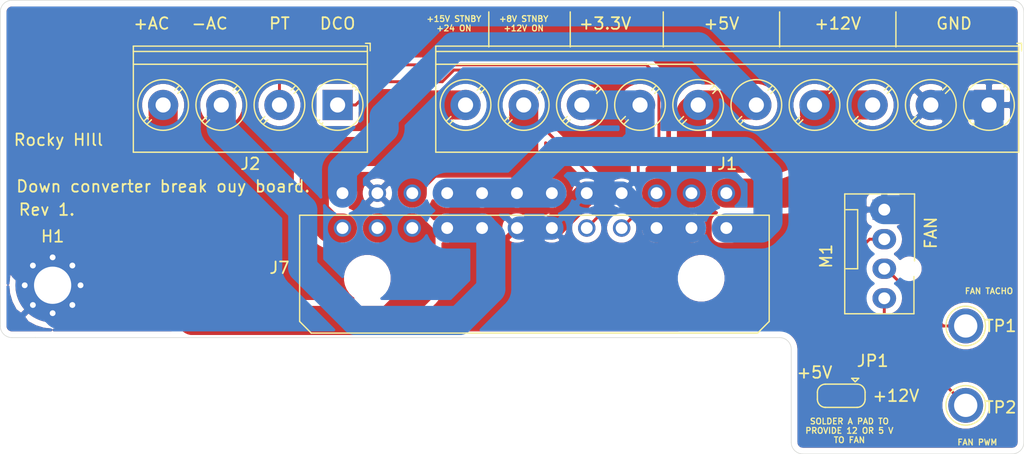
<source format=kicad_pcb>
(kicad_pcb (version 20171130) (host pcbnew 5.1.5-52549c5~84~ubuntu18.04.1)

  (general
    (thickness 1.6)
    (drawings 38)
    (tracks 143)
    (zones 0)
    (modules 8)
    (nets 14)
  )

  (page A)
  (title_block
    (title "Breakout board for the iMac G3 donw-converter board")
    (date 2020-03-22)
    (rev 1)
    (comment 4 "Rocky HIll")
  )

  (layers
    (0 F.Cu signal)
    (31 B.Cu signal)
    (32 B.Adhes user)
    (33 F.Adhes user)
    (34 B.Paste user)
    (35 F.Paste user)
    (36 B.SilkS user)
    (37 F.SilkS user)
    (38 B.Mask user)
    (39 F.Mask user)
    (40 Dwgs.User user)
    (41 Cmts.User user)
    (42 Eco1.User user)
    (43 Eco2.User user)
    (44 Edge.Cuts user)
    (45 Margin user)
    (46 B.CrtYd user)
    (47 F.CrtYd user)
    (48 B.Fab user)
    (49 F.Fab user)
  )

  (setup
    (last_trace_width 2.5)
    (user_trace_width 2)
    (user_trace_width 2.5)
    (trace_clearance 0.2)
    (zone_clearance 0.508)
    (zone_45_only no)
    (trace_min 0.2)
    (via_size 0.8)
    (via_drill 0.4)
    (via_min_size 0.4)
    (via_min_drill 0.3)
    (uvia_size 0.3)
    (uvia_drill 0.1)
    (uvias_allowed no)
    (uvia_min_size 0.2)
    (uvia_min_drill 0.1)
    (edge_width 0.05)
    (segment_width 0.2)
    (pcb_text_width 0.3)
    (pcb_text_size 1.5 1.5)
    (mod_edge_width 0.12)
    (mod_text_size 1 1)
    (mod_text_width 0.15)
    (pad_size 8 8)
    (pad_drill 4)
    (pad_to_mask_clearance 0.051)
    (solder_mask_min_width 0.25)
    (aux_axis_origin 0 0)
    (grid_origin 88.462 89.69)
    (visible_elements FFFFFF7F)
    (pcbplotparams
      (layerselection 0x010fc_ffffffff)
      (usegerberextensions false)
      (usegerberattributes false)
      (usegerberadvancedattributes false)
      (creategerberjobfile false)
      (excludeedgelayer true)
      (linewidth 0.100000)
      (plotframeref false)
      (viasonmask false)
      (mode 1)
      (useauxorigin false)
      (hpglpennumber 1)
      (hpglpenspeed 20)
      (hpglpendiameter 15.000000)
      (psnegative false)
      (psa4output false)
      (plotreference true)
      (plotvalue true)
      (plotinvisibletext false)
      (padsonsilk false)
      (subtractmaskfromsilk false)
      (outputformat 1)
      (mirror false)
      (drillshape 0)
      (scaleselection 1)
      (outputdirectory "gerber/"))
  )

  (net 0 "")
  (net 1 /GND)
  (net 2 /+8V_STANDBY_+12V_ON)
  (net 3 /+15V_STANDBY_+24V_ON)
  (net 4 /+3.3V)
  (net 5 /+5V)
  (net 6 /+12V)
  (net 7 /DCO)
  (net 8 /PT)
  (net 9 /-AC)
  (net 10 /+AC)
  (net 11 "Net-(JP1-Pad2)")
  (net 12 /TACHO)
  (net 13 /PWM)

  (net_class Default "This is the default net class."
    (clearance 0.2)
    (trace_width 0.25)
    (via_dia 0.8)
    (via_drill 0.4)
    (uvia_dia 0.3)
    (uvia_drill 0.1)
    (add_net /+12V)
    (add_net /+15V_STANDBY_+24V_ON)
    (add_net /+3.3V)
    (add_net /+5V)
    (add_net /+8V_STANDBY_+12V_ON)
    (add_net /+AC)
    (add_net /-AC)
    (add_net /DCO)
    (add_net /GND)
    (add_net /PT)
    (add_net /PWM)
    (add_net /TACHO)
    (add_net "Net-(JP1-Pad2)")
  )

  (module TerminalBlock_Phoenix:TerminalBlock_Phoenix_PT-1,5-10-5.0-H_1x10_P5.00mm_Horizontal (layer F.Cu) (tedit 5B294F74) (tstamp 5E77F17B)
    (at 173.462 69.69 180)
    (descr "Terminal Block Phoenix PT-1,5-10-5.0-H, 10 pins, pitch 5mm, size 50x9mm^2, drill diamater 1.3mm, pad diameter 2.6mm, see http://www.mouser.com/ds/2/324/ItemDetail_1935161-922578.pdf, script-generated using https://github.com/pointhi/kicad-footprint-generator/scripts/TerminalBlock_Phoenix")
    (tags "THT Terminal Block Phoenix PT-1,5-10-5.0-H pitch 5mm size 50x9mm^2 drill 1.3mm pad 2.6mm")
    (path /5E783B61)
    (fp_text reference J1 (at 22.5 -5.06) (layer F.SilkS)
      (effects (font (size 1 1) (thickness 0.15)))
    )
    (fp_text value Screw_Terminal_01x10 (at 22 -3) (layer F.Fab)
      (effects (font (size 1 1) (thickness 0.15)))
    )
    (fp_circle (center 0 0) (end 2 0) (layer F.Fab) (width 0.1))
    (fp_circle (center 0 0) (end 2.18 0) (layer F.SilkS) (width 0.12))
    (fp_circle (center 5 0) (end 7 0) (layer F.Fab) (width 0.1))
    (fp_circle (center 5 0) (end 7.18 0) (layer F.SilkS) (width 0.12))
    (fp_circle (center 10 0) (end 12 0) (layer F.Fab) (width 0.1))
    (fp_circle (center 10 0) (end 12.18 0) (layer F.SilkS) (width 0.12))
    (fp_circle (center 15 0) (end 17 0) (layer F.Fab) (width 0.1))
    (fp_circle (center 15 0) (end 17.18 0) (layer F.SilkS) (width 0.12))
    (fp_circle (center 20 0) (end 22 0) (layer F.Fab) (width 0.1))
    (fp_circle (center 20 0) (end 22.18 0) (layer F.SilkS) (width 0.12))
    (fp_circle (center 25 0) (end 27 0) (layer F.Fab) (width 0.1))
    (fp_circle (center 25 0) (end 27.18 0) (layer F.SilkS) (width 0.12))
    (fp_circle (center 30 0) (end 32 0) (layer F.Fab) (width 0.1))
    (fp_circle (center 30 0) (end 32.18 0) (layer F.SilkS) (width 0.12))
    (fp_circle (center 35 0) (end 37 0) (layer F.Fab) (width 0.1))
    (fp_circle (center 35 0) (end 37.18 0) (layer F.SilkS) (width 0.12))
    (fp_circle (center 40 0) (end 42 0) (layer F.Fab) (width 0.1))
    (fp_circle (center 40 0) (end 42.18 0) (layer F.SilkS) (width 0.12))
    (fp_circle (center 45 0) (end 47 0) (layer F.Fab) (width 0.1))
    (fp_circle (center 45 0) (end 47.18 0) (layer F.SilkS) (width 0.12))
    (fp_line (start -2.5 -4) (end 47.5 -4) (layer F.Fab) (width 0.1))
    (fp_line (start 47.5 -4) (end 47.5 5) (layer F.Fab) (width 0.1))
    (fp_line (start 47.5 5) (end -2.1 5) (layer F.Fab) (width 0.1))
    (fp_line (start -2.1 5) (end -2.5 4.6) (layer F.Fab) (width 0.1))
    (fp_line (start -2.5 4.6) (end -2.5 -4) (layer F.Fab) (width 0.1))
    (fp_line (start -2.5 4.6) (end 47.5 4.6) (layer F.Fab) (width 0.1))
    (fp_line (start -2.56 4.6) (end 47.56 4.6) (layer F.SilkS) (width 0.12))
    (fp_line (start -2.5 3.5) (end 47.5 3.5) (layer F.Fab) (width 0.1))
    (fp_line (start -2.56 3.5) (end 47.56 3.5) (layer F.SilkS) (width 0.12))
    (fp_line (start -2.56 -4.06) (end 47.56 -4.06) (layer F.SilkS) (width 0.12))
    (fp_line (start -2.56 5.06) (end 47.56 5.06) (layer F.SilkS) (width 0.12))
    (fp_line (start -2.56 -4.06) (end -2.56 5.06) (layer F.SilkS) (width 0.12))
    (fp_line (start 47.56 -4.06) (end 47.56 5.06) (layer F.SilkS) (width 0.12))
    (fp_line (start 1.517 -1.273) (end -1.273 1.517) (layer F.Fab) (width 0.1))
    (fp_line (start 1.273 -1.517) (end -1.517 1.273) (layer F.Fab) (width 0.1))
    (fp_line (start 1.654 -1.388) (end 1.547 -1.281) (layer F.SilkS) (width 0.12))
    (fp_line (start -1.282 1.547) (end -1.388 1.654) (layer F.SilkS) (width 0.12))
    (fp_line (start 1.388 -1.654) (end 1.281 -1.547) (layer F.SilkS) (width 0.12))
    (fp_line (start -1.548 1.281) (end -1.654 1.388) (layer F.SilkS) (width 0.12))
    (fp_line (start 6.517 -1.273) (end 3.728 1.517) (layer F.Fab) (width 0.1))
    (fp_line (start 6.273 -1.517) (end 3.484 1.273) (layer F.Fab) (width 0.1))
    (fp_line (start 6.654 -1.388) (end 6.259 -0.992) (layer F.SilkS) (width 0.12))
    (fp_line (start 3.993 1.274) (end 3.613 1.654) (layer F.SilkS) (width 0.12))
    (fp_line (start 6.388 -1.654) (end 6.008 -1.274) (layer F.SilkS) (width 0.12))
    (fp_line (start 3.742 0.992) (end 3.347 1.388) (layer F.SilkS) (width 0.12))
    (fp_line (start 11.517 -1.273) (end 8.728 1.517) (layer F.Fab) (width 0.1))
    (fp_line (start 11.273 -1.517) (end 8.484 1.273) (layer F.Fab) (width 0.1))
    (fp_line (start 11.654 -1.388) (end 11.259 -0.992) (layer F.SilkS) (width 0.12))
    (fp_line (start 8.993 1.274) (end 8.613 1.654) (layer F.SilkS) (width 0.12))
    (fp_line (start 11.388 -1.654) (end 11.008 -1.274) (layer F.SilkS) (width 0.12))
    (fp_line (start 8.742 0.992) (end 8.347 1.388) (layer F.SilkS) (width 0.12))
    (fp_line (start 16.517 -1.273) (end 13.728 1.517) (layer F.Fab) (width 0.1))
    (fp_line (start 16.273 -1.517) (end 13.484 1.273) (layer F.Fab) (width 0.1))
    (fp_line (start 16.654 -1.388) (end 16.259 -0.992) (layer F.SilkS) (width 0.12))
    (fp_line (start 13.993 1.274) (end 13.613 1.654) (layer F.SilkS) (width 0.12))
    (fp_line (start 16.388 -1.654) (end 16.008 -1.274) (layer F.SilkS) (width 0.12))
    (fp_line (start 13.742 0.992) (end 13.347 1.388) (layer F.SilkS) (width 0.12))
    (fp_line (start 21.517 -1.273) (end 18.728 1.517) (layer F.Fab) (width 0.1))
    (fp_line (start 21.273 -1.517) (end 18.484 1.273) (layer F.Fab) (width 0.1))
    (fp_line (start 21.654 -1.388) (end 21.259 -0.992) (layer F.SilkS) (width 0.12))
    (fp_line (start 18.993 1.274) (end 18.613 1.654) (layer F.SilkS) (width 0.12))
    (fp_line (start 21.388 -1.654) (end 21.008 -1.274) (layer F.SilkS) (width 0.12))
    (fp_line (start 18.742 0.992) (end 18.347 1.388) (layer F.SilkS) (width 0.12))
    (fp_line (start 26.517 -1.273) (end 23.728 1.517) (layer F.Fab) (width 0.1))
    (fp_line (start 26.273 -1.517) (end 23.484 1.273) (layer F.Fab) (width 0.1))
    (fp_line (start 26.654 -1.388) (end 26.259 -0.992) (layer F.SilkS) (width 0.12))
    (fp_line (start 23.993 1.274) (end 23.613 1.654) (layer F.SilkS) (width 0.12))
    (fp_line (start 26.388 -1.654) (end 26.008 -1.274) (layer F.SilkS) (width 0.12))
    (fp_line (start 23.742 0.992) (end 23.347 1.388) (layer F.SilkS) (width 0.12))
    (fp_line (start 31.517 -1.273) (end 28.728 1.517) (layer F.Fab) (width 0.1))
    (fp_line (start 31.273 -1.517) (end 28.484 1.273) (layer F.Fab) (width 0.1))
    (fp_line (start 31.654 -1.388) (end 31.259 -0.992) (layer F.SilkS) (width 0.12))
    (fp_line (start 28.993 1.274) (end 28.613 1.654) (layer F.SilkS) (width 0.12))
    (fp_line (start 31.388 -1.654) (end 31.008 -1.274) (layer F.SilkS) (width 0.12))
    (fp_line (start 28.742 0.992) (end 28.347 1.388) (layer F.SilkS) (width 0.12))
    (fp_line (start 36.517 -1.273) (end 33.728 1.517) (layer F.Fab) (width 0.1))
    (fp_line (start 36.273 -1.517) (end 33.484 1.273) (layer F.Fab) (width 0.1))
    (fp_line (start 36.654 -1.388) (end 36.259 -0.992) (layer F.SilkS) (width 0.12))
    (fp_line (start 33.993 1.274) (end 33.613 1.654) (layer F.SilkS) (width 0.12))
    (fp_line (start 36.388 -1.654) (end 36.008 -1.274) (layer F.SilkS) (width 0.12))
    (fp_line (start 33.742 0.992) (end 33.347 1.388) (layer F.SilkS) (width 0.12))
    (fp_line (start 41.517 -1.273) (end 38.728 1.517) (layer F.Fab) (width 0.1))
    (fp_line (start 41.273 -1.517) (end 38.484 1.273) (layer F.Fab) (width 0.1))
    (fp_line (start 41.654 -1.388) (end 41.259 -0.992) (layer F.SilkS) (width 0.12))
    (fp_line (start 38.993 1.274) (end 38.613 1.654) (layer F.SilkS) (width 0.12))
    (fp_line (start 41.388 -1.654) (end 41.008 -1.274) (layer F.SilkS) (width 0.12))
    (fp_line (start 38.742 0.992) (end 38.347 1.388) (layer F.SilkS) (width 0.12))
    (fp_line (start 46.517 -1.273) (end 43.728 1.517) (layer F.Fab) (width 0.1))
    (fp_line (start 46.273 -1.517) (end 43.484 1.273) (layer F.Fab) (width 0.1))
    (fp_line (start 46.654 -1.388) (end 46.259 -0.992) (layer F.SilkS) (width 0.12))
    (fp_line (start 43.993 1.274) (end 43.613 1.654) (layer F.SilkS) (width 0.12))
    (fp_line (start 46.388 -1.654) (end 46.008 -1.274) (layer F.SilkS) (width 0.12))
    (fp_line (start 43.742 0.992) (end 43.347 1.388) (layer F.SilkS) (width 0.12))
    (fp_line (start -2.8 4.66) (end -2.8 5.3) (layer F.SilkS) (width 0.12))
    (fp_line (start -2.8 5.3) (end -2.4 5.3) (layer F.SilkS) (width 0.12))
    (fp_line (start -3 -4.5) (end -3 5.5) (layer F.CrtYd) (width 0.05))
    (fp_line (start -3 5.5) (end 48 5.5) (layer F.CrtYd) (width 0.05))
    (fp_line (start 48 5.5) (end 48 -4.5) (layer F.CrtYd) (width 0.05))
    (fp_line (start 48 -4.5) (end -3 -4.5) (layer F.CrtYd) (width 0.05))
    (fp_text user %R (at 22.5 2.9) (layer F.Fab)
      (effects (font (size 1 1) (thickness 0.15)))
    )
    (pad 1 thru_hole rect (at 0 0 180) (size 2.6 2.6) (drill 1.3) (layers *.Cu *.Mask)
      (net 1 /GND))
    (pad 2 thru_hole circle (at 5 0 180) (size 2.6 2.6) (drill 1.3) (layers *.Cu *.Mask)
      (net 1 /GND))
    (pad 3 thru_hole circle (at 10 0 180) (size 2.6 2.6) (drill 1.3) (layers *.Cu *.Mask)
      (net 6 /+12V))
    (pad 4 thru_hole circle (at 15 0 180) (size 2.6 2.6) (drill 1.3) (layers *.Cu *.Mask)
      (net 6 /+12V))
    (pad 5 thru_hole circle (at 20 0 180) (size 2.6 2.6) (drill 1.3) (layers *.Cu *.Mask)
      (net 5 /+5V))
    (pad 6 thru_hole circle (at 25 0 180) (size 2.6 2.6) (drill 1.3) (layers *.Cu *.Mask)
      (net 5 /+5V))
    (pad 7 thru_hole circle (at 30 0 180) (size 2.6 2.6) (drill 1.3) (layers *.Cu *.Mask)
      (net 4 /+3.3V))
    (pad 8 thru_hole circle (at 35 0 180) (size 2.6 2.6) (drill 1.3) (layers *.Cu *.Mask)
      (net 4 /+3.3V))
    (pad 9 thru_hole circle (at 40 0 180) (size 2.6 2.6) (drill 1.3) (layers *.Cu *.Mask)
      (net 2 /+8V_STANDBY_+12V_ON))
    (pad 10 thru_hole circle (at 45 0 180) (size 2.6 2.6) (drill 1.3) (layers *.Cu *.Mask)
      (net 3 /+15V_STANDBY_+24V_ON))
    (model ${KISYS3DMOD}/TerminalBlock_Phoenix.3dshapes/TerminalBlock_Phoenix_PT-1,5-10-5.0-H_1x10_P5.00mm_Horizontal.wrl
      (at (xyz 0 0 0))
      (scale (xyz 1 1 1))
      (rotate (xyz 0 0 0))
    )
    (model "${KIPRJMOD}/3d_models/Screw Terminal Block 5mm 4-way.step"
      (offset (xyz 7.5 0 0))
      (scale (xyz 1 1 1))
      (rotate (xyz -90 0 0))
    )
    (model "${KIPRJMOD}/3d_models/Screw Terminal Block 5mm 4-way.step"
      (offset (xyz 27.5 0 0))
      (scale (xyz 1 1 1))
      (rotate (xyz -90 0 0))
    )
    (model "${KIPRJMOD}/3d_models/Screw Terminal Block 5mm 2-way.step"
      (offset (xyz 42.5 0 0))
      (scale (xyz 1 1 1))
      (rotate (xyz -90 0 0))
    )
  )

  (module TerminalBlock_Phoenix:TerminalBlock_Phoenix_PT-1,5-4-5.0-H_1x04_P5.00mm_Horizontal (layer F.Cu) (tedit 5B294F6A) (tstamp 5E77EF3F)
    (at 117.462 69.69 180)
    (descr "Terminal Block Phoenix PT-1,5-4-5.0-H, 4 pins, pitch 5mm, size 20x9mm^2, drill diamater 1.3mm, pad diameter 2.6mm, see http://www.mouser.com/ds/2/324/ItemDetail_1935161-922578.pdf, script-generated using https://github.com/pointhi/kicad-footprint-generator/scripts/TerminalBlock_Phoenix")
    (tags "THT Terminal Block Phoenix PT-1,5-4-5.0-H pitch 5mm size 20x9mm^2 drill 1.3mm pad 2.6mm")
    (path /5E79A54C)
    (fp_text reference J2 (at 7.5 -5.06) (layer F.SilkS)
      (effects (font (size 1 1) (thickness 0.15)))
    )
    (fp_text value Screw_Terminal_01x04 (at 8 -3) (layer F.Fab)
      (effects (font (size 1 1) (thickness 0.15)))
    )
    (fp_circle (center 0 0) (end 2 0) (layer F.Fab) (width 0.1))
    (fp_circle (center 0 0) (end 2.18 0) (layer F.SilkS) (width 0.12))
    (fp_circle (center 5 0) (end 7 0) (layer F.Fab) (width 0.1))
    (fp_circle (center 5 0) (end 7.18 0) (layer F.SilkS) (width 0.12))
    (fp_circle (center 10 0) (end 12 0) (layer F.Fab) (width 0.1))
    (fp_circle (center 10 0) (end 12.18 0) (layer F.SilkS) (width 0.12))
    (fp_circle (center 15 0) (end 17 0) (layer F.Fab) (width 0.1))
    (fp_circle (center 15 0) (end 17.18 0) (layer F.SilkS) (width 0.12))
    (fp_line (start -2.5 -4) (end 17.5 -4) (layer F.Fab) (width 0.1))
    (fp_line (start 17.5 -4) (end 17.5 5) (layer F.Fab) (width 0.1))
    (fp_line (start 17.5 5) (end -2.1 5) (layer F.Fab) (width 0.1))
    (fp_line (start -2.1 5) (end -2.5 4.6) (layer F.Fab) (width 0.1))
    (fp_line (start -2.5 4.6) (end -2.5 -4) (layer F.Fab) (width 0.1))
    (fp_line (start -2.5 4.6) (end 17.5 4.6) (layer F.Fab) (width 0.1))
    (fp_line (start -2.56 4.6) (end 17.561 4.6) (layer F.SilkS) (width 0.12))
    (fp_line (start -2.5 3.5) (end 17.5 3.5) (layer F.Fab) (width 0.1))
    (fp_line (start -2.56 3.5) (end 17.561 3.5) (layer F.SilkS) (width 0.12))
    (fp_line (start -2.56 -4.06) (end 17.561 -4.06) (layer F.SilkS) (width 0.12))
    (fp_line (start -2.56 5.06) (end 17.561 5.06) (layer F.SilkS) (width 0.12))
    (fp_line (start -2.56 -4.06) (end -2.56 5.06) (layer F.SilkS) (width 0.12))
    (fp_line (start 17.561 -4.06) (end 17.561 5.06) (layer F.SilkS) (width 0.12))
    (fp_line (start 1.517 -1.273) (end -1.273 1.517) (layer F.Fab) (width 0.1))
    (fp_line (start 1.273 -1.517) (end -1.517 1.273) (layer F.Fab) (width 0.1))
    (fp_line (start 1.654 -1.388) (end 1.547 -1.281) (layer F.SilkS) (width 0.12))
    (fp_line (start -1.282 1.547) (end -1.388 1.654) (layer F.SilkS) (width 0.12))
    (fp_line (start 1.388 -1.654) (end 1.281 -1.547) (layer F.SilkS) (width 0.12))
    (fp_line (start -1.548 1.281) (end -1.654 1.388) (layer F.SilkS) (width 0.12))
    (fp_line (start 6.517 -1.273) (end 3.728 1.517) (layer F.Fab) (width 0.1))
    (fp_line (start 6.273 -1.517) (end 3.484 1.273) (layer F.Fab) (width 0.1))
    (fp_line (start 6.654 -1.388) (end 6.259 -0.992) (layer F.SilkS) (width 0.12))
    (fp_line (start 3.993 1.274) (end 3.613 1.654) (layer F.SilkS) (width 0.12))
    (fp_line (start 6.388 -1.654) (end 6.008 -1.274) (layer F.SilkS) (width 0.12))
    (fp_line (start 3.742 0.992) (end 3.347 1.388) (layer F.SilkS) (width 0.12))
    (fp_line (start 11.517 -1.273) (end 8.728 1.517) (layer F.Fab) (width 0.1))
    (fp_line (start 11.273 -1.517) (end 8.484 1.273) (layer F.Fab) (width 0.1))
    (fp_line (start 11.654 -1.388) (end 11.259 -0.992) (layer F.SilkS) (width 0.12))
    (fp_line (start 8.993 1.274) (end 8.613 1.654) (layer F.SilkS) (width 0.12))
    (fp_line (start 11.388 -1.654) (end 11.008 -1.274) (layer F.SilkS) (width 0.12))
    (fp_line (start 8.742 0.992) (end 8.347 1.388) (layer F.SilkS) (width 0.12))
    (fp_line (start 16.517 -1.273) (end 13.728 1.517) (layer F.Fab) (width 0.1))
    (fp_line (start 16.273 -1.517) (end 13.484 1.273) (layer F.Fab) (width 0.1))
    (fp_line (start 16.654 -1.388) (end 16.259 -0.992) (layer F.SilkS) (width 0.12))
    (fp_line (start 13.993 1.274) (end 13.613 1.654) (layer F.SilkS) (width 0.12))
    (fp_line (start 16.388 -1.654) (end 16.008 -1.274) (layer F.SilkS) (width 0.12))
    (fp_line (start 13.742 0.992) (end 13.347 1.388) (layer F.SilkS) (width 0.12))
    (fp_line (start -2.8 4.66) (end -2.8 5.3) (layer F.SilkS) (width 0.12))
    (fp_line (start -2.8 5.3) (end -2.4 5.3) (layer F.SilkS) (width 0.12))
    (fp_line (start -3 -4.5) (end -3 5.5) (layer F.CrtYd) (width 0.05))
    (fp_line (start -3 5.5) (end 18 5.5) (layer F.CrtYd) (width 0.05))
    (fp_line (start 18 5.5) (end 18 -4.5) (layer F.CrtYd) (width 0.05))
    (fp_line (start 18 -4.5) (end -3 -4.5) (layer F.CrtYd) (width 0.05))
    (fp_text user %R (at 7.5 2.9) (layer F.Fab)
      (effects (font (size 1 1) (thickness 0.15)))
    )
    (pad 1 thru_hole rect (at 0 0 180) (size 2.6 2.6) (drill 1.3) (layers *.Cu *.Mask)
      (net 7 /DCO))
    (pad 2 thru_hole circle (at 5 0 180) (size 2.6 2.6) (drill 1.3) (layers *.Cu *.Mask)
      (net 8 /PT))
    (pad 3 thru_hole circle (at 10 0 180) (size 2.6 2.6) (drill 1.3) (layers *.Cu *.Mask)
      (net 9 /-AC))
    (pad 4 thru_hole circle (at 15 0 180) (size 2.6 2.6) (drill 1.3) (layers *.Cu *.Mask)
      (net 10 /+AC))
    (model ${KISYS3DMOD}/TerminalBlock_Phoenix.3dshapes/TerminalBlock_Phoenix_PT-1,5-4-5.0-H_1x04_P5.00mm_Horizontal.wrl
      (at (xyz 0 0 0))
      (scale (xyz 1 1 1))
      (rotate (xyz 0 0 0))
    )
    (model "${KIPRJMOD}/3d_models/Screw Terminal Block 5mm 4-way.step"
      (offset (xyz 7.5 0 0))
      (scale (xyz 1 1 1))
      (rotate (xyz -90 0 0))
    )
  )

  (module Connector_Molex:Molex_Micro-Fit_3.0_43045-2400_2x12_P3.00mm_Horizontal (layer F.Cu) (tedit 5DC5E16C) (tstamp 5E77EE9C)
    (at 150.882 80.27 180)
    (descr "Molex Micro-Fit 3.0 Connector System, 43045-2400 (alternative finishes: 43045-240x), 12 Pins per row (https://www.molex.com/pdm_docs/sd/430450201_sd.pdf), generated with kicad-footprint-generator")
    (tags "connector Molex Micro-Fit_3.0 horizontal")
    (path /5E779C4A)
    (fp_text reference J7 (at 38.42 -3.42) (layer F.SilkS)
      (effects (font (size 1 1) (thickness 0.15)))
    )
    (fp_text value Conn_02x12_Top_Bottom (at 16.5 5.7) (layer F.Fab)
      (effects (font (size 1 1) (thickness 0.15)))
    )
    (fp_line (start -3.575 0.99) (end -3.575 -7.92) (layer F.Fab) (width 0.1))
    (fp_line (start -3.575 -7.92) (end -2.575 -8.92) (layer F.Fab) (width 0.1))
    (fp_line (start -2.575 -8.92) (end 35.575 -8.92) (layer F.Fab) (width 0.1))
    (fp_line (start 35.575 -8.92) (end 36.575 -7.92) (layer F.Fab) (width 0.1))
    (fp_line (start 36.575 -7.92) (end 36.575 0.99) (layer F.Fab) (width 0.1))
    (fp_line (start 36.575 0.99) (end -3.575 0.99) (layer F.Fab) (width 0.1))
    (fp_line (start -0.75 0.99) (end 0 0) (layer F.Fab) (width 0.1))
    (fp_line (start 0 0) (end 0.75 0.99) (layer F.Fab) (width 0.1))
    (fp_line (start -3.685 1.1) (end -3.685 -8.03) (layer F.SilkS) (width 0.12))
    (fp_line (start -3.685 -8.03) (end -2.685 -9.03) (layer F.SilkS) (width 0.12))
    (fp_line (start -2.685 -9.03) (end 35.685 -9.03) (layer F.SilkS) (width 0.12))
    (fp_line (start 35.685 -9.03) (end 36.685 -8.03) (layer F.SilkS) (width 0.12))
    (fp_line (start 36.685 -8.03) (end 36.685 1.1) (layer F.SilkS) (width 0.12))
    (fp_line (start 36.685 1.1) (end -3.685 1.1) (layer F.SilkS) (width 0.12))
    (fp_line (start -4.08 1.49) (end -4.08 -9.42) (layer F.CrtYd) (width 0.05))
    (fp_line (start -4.08 -9.42) (end 37.07 -9.42) (layer F.CrtYd) (width 0.05))
    (fp_line (start 37.07 -9.42) (end 37.07 1.49) (layer F.CrtYd) (width 0.05))
    (fp_line (start 37.07 1.49) (end 34.25 1.49) (layer F.CrtYd) (width 0.05))
    (fp_line (start 34.25 1.49) (end 34.25 4.25) (layer F.CrtYd) (width 0.05))
    (fp_line (start 34.25 4.25) (end -1.25 4.25) (layer F.CrtYd) (width 0.05))
    (fp_line (start -1.25 4.25) (end -1.25 1.49) (layer F.CrtYd) (width 0.05))
    (fp_line (start -1.25 1.49) (end -4.08 1.49) (layer F.CrtYd) (width 0.05))
    (fp_text user %R (at 16.5 -8.22) (layer F.Fab)
      (effects (font (size 1 1) (thickness 0.15)))
    )
    (pad "" np_thru_hole circle (at 2.16 -4.32 180) (size 3 3) (drill 3) (layers *.Cu *.Mask))
    (pad "" np_thru_hole circle (at 30.86 -4.32 180) (size 3 3) (drill 3) (layers *.Cu *.Mask))
    (pad 1 thru_hole roundrect (at 0 0 180) (size 1.5 1.5) (drill 1.02) (layers *.Cu *.Mask) (roundrect_rratio 0.166667)
      (net 4 /+3.3V))
    (pad 2 thru_hole circle (at 3 0 180) (size 1.5 1.5) (drill 1.02) (layers *.Cu *.Mask)
      (net 1 /GND))
    (pad 3 thru_hole circle (at 6 0 180) (size 1.5 1.5) (drill 1.02) (layers *.Cu *.Mask)
      (net 1 /GND))
    (pad 4 thru_hole circle (at 9 0 180) (size 1.5 1.5) (drill 1.02) (layers *.Cu *.Mask)
      (net 8 /PT))
    (pad 5 thru_hole circle (at 12 0 180) (size 1.5 1.5) (drill 1.02) (layers *.Cu *.Mask)
      (net 7 /DCO))
    (pad 6 thru_hole circle (at 15 0 180) (size 1.5 1.5) (drill 1.02) (layers *.Cu *.Mask)
      (net 1 /GND))
    (pad 7 thru_hole circle (at 18 0 180) (size 1.5 1.5) (drill 1.02) (layers *.Cu *.Mask)
      (net 1 /GND))
    (pad 8 thru_hole circle (at 21 0 180) (size 1.5 1.5) (drill 1.02) (layers *.Cu *.Mask)
      (net 9 /-AC))
    (pad 9 thru_hole circle (at 24 0 180) (size 1.5 1.5) (drill 1.02) (layers *.Cu *.Mask)
      (net 9 /-AC))
    (pad 10 thru_hole circle (at 27 0 180) (size 1.5 1.5) (drill 1.02) (layers *.Cu *.Mask)
      (net 10 /+AC))
    (pad 11 thru_hole circle (at 30 0 180) (size 1.5 1.5) (drill 1.02) (layers *.Cu *.Mask)
      (net 10 /+AC))
    (pad 12 thru_hole circle (at 33 0 180) (size 1.5 1.5) (drill 1.02) (layers *.Cu *.Mask)
      (net 3 /+15V_STANDBY_+24V_ON))
    (pad 13 thru_hole circle (at 0 3 180) (size 1.5 1.5) (drill 1.02) (layers *.Cu *.Mask)
      (net 6 /+12V))
    (pad 14 thru_hole circle (at 3 3 180) (size 1.5 1.5) (drill 1.02) (layers *.Cu *.Mask)
      (net 5 /+5V))
    (pad 15 thru_hole circle (at 6 3 180) (size 1.5 1.5) (drill 1.02) (layers *.Cu *.Mask)
      (net 5 /+5V))
    (pad 16 thru_hole circle (at 9 3 180) (size 1.5 1.5) (drill 1.02) (layers *.Cu *.Mask)
      (net 1 /GND))
    (pad 17 thru_hole circle (at 12 3 180) (size 1.5 1.5) (drill 1.02) (layers *.Cu *.Mask)
      (net 1 /GND))
    (pad 18 thru_hole circle (at 15 3 180) (size 1.5 1.5) (drill 1.02) (layers *.Cu *.Mask)
      (net 4 /+3.3V))
    (pad 19 thru_hole circle (at 18 3 180) (size 1.5 1.5) (drill 1.02) (layers *.Cu *.Mask)
      (net 4 /+3.3V))
    (pad 20 thru_hole circle (at 21 3 180) (size 1.5 1.5) (drill 1.02) (layers *.Cu *.Mask)
      (net 4 /+3.3V))
    (pad 21 thru_hole circle (at 24 3 180) (size 1.5 1.5) (drill 1.02) (layers *.Cu *.Mask)
      (net 4 /+3.3V))
    (pad 22 thru_hole circle (at 27 3 180) (size 1.5 1.5) (drill 1.02) (layers *.Cu *.Mask)
      (net 2 /+8V_STANDBY_+12V_ON))
    (pad 23 thru_hole circle (at 30 3 180) (size 1.5 1.5) (drill 1.02) (layers *.Cu *.Mask)
      (net 1 /GND))
    (pad 24 thru_hole circle (at 33 3 180) (size 1.5 1.5) (drill 1.02) (layers *.Cu *.Mask)
      (net 5 /+5V))
    (model ${KISYS3DMOD}/Connector_Molex.3dshapes/Molex_Micro-Fit_3.0_43045-2400_2x12_P3.00mm_Horizontal.wrl
      (at (xyz 0 0 0))
      (scale (xyz 1 1 1))
      (rotate (xyz 0 0 0))
    )
    (model ${KIPRJMOD}/3d_models/430452400.stp
      (offset (xyz 16.5 4 4))
      (scale (xyz 1 1 1))
      (rotate (xyz -90 0 180))
    )
  )

  (module MountingHole:MountingHole_3.2mm_M3_Pad_Via (layer F.Cu) (tedit 56DDBCCA) (tstamp 5E77ECF4)
    (at 92.962 85.19)
    (descr "Mounting Hole 3.2mm, M3")
    (tags "mounting hole 3.2mm m3")
    (path /5E7ADA9C)
    (attr virtual)
    (fp_text reference H1 (at 0 -4.2) (layer F.SilkS)
      (effects (font (size 1 1) (thickness 0.15)))
    )
    (fp_text value MountingHole_Pad (at 3.5 -5.5) (layer F.Fab)
      (effects (font (size 1 1) (thickness 0.15)))
    )
    (fp_text user %R (at 0.3 0) (layer F.Fab)
      (effects (font (size 1 1) (thickness 0.15)))
    )
    (fp_circle (center 0 0) (end 3.2 0) (layer Cmts.User) (width 0.15))
    (fp_circle (center 0 0) (end 3.45 0) (layer F.CrtYd) (width 0.05))
    (pad 1 thru_hole circle (at 0 0) (size 6.4 6.4) (drill 3.2) (layers *.Cu *.Mask)
      (net 1 /GND))
    (pad 1 thru_hole circle (at 2.4 0) (size 0.8 0.8) (drill 0.5) (layers *.Cu *.Mask)
      (net 1 /GND))
    (pad 1 thru_hole circle (at 1.697056 1.697056) (size 0.8 0.8) (drill 0.5) (layers *.Cu *.Mask)
      (net 1 /GND))
    (pad 1 thru_hole circle (at 0 2.4) (size 0.8 0.8) (drill 0.5) (layers *.Cu *.Mask)
      (net 1 /GND))
    (pad 1 thru_hole circle (at -1.697056 1.697056) (size 0.8 0.8) (drill 0.5) (layers *.Cu *.Mask)
      (net 1 /GND))
    (pad 1 thru_hole circle (at -2.4 0) (size 0.8 0.8) (drill 0.5) (layers *.Cu *.Mask)
      (net 1 /GND))
    (pad 1 thru_hole circle (at -1.697056 -1.697056) (size 0.8 0.8) (drill 0.5) (layers *.Cu *.Mask)
      (net 1 /GND))
    (pad 1 thru_hole circle (at 0 -2.4) (size 0.8 0.8) (drill 0.5) (layers *.Cu *.Mask)
      (net 1 /GND))
    (pad 1 thru_hole circle (at 1.697056 -1.697056) (size 0.8 0.8) (drill 0.5) (layers *.Cu *.Mask)
      (net 1 /GND))
  )

  (module Jumper:SolderJumper-3_P1.3mm_Open_RoundedPad1.0x1.5mm (layer F.Cu) (tedit 5B391EB7) (tstamp 5E77FFC6)
    (at 160.762 94.69 180)
    (descr "SMD Solder 3-pad Jumper, 1x1.5mm rounded Pads, 0.3mm gap, open")
    (tags "solder jumper open")
    (path /5E7C1272)
    (attr virtual)
    (fp_text reference JP1 (at -2.7 3) (layer F.SilkS)
      (effects (font (size 1 1) (thickness 0.15)))
    )
    (fp_text value SolderJumper_3_Open (at -4.7 3) (layer F.Fab)
      (effects (font (size 1 1) (thickness 0.15)))
    )
    (fp_line (start -1.2 1.2) (end -0.9 1.5) (layer F.SilkS) (width 0.12))
    (fp_line (start -1.5 1.5) (end -0.9 1.5) (layer F.SilkS) (width 0.12))
    (fp_line (start -1.2 1.2) (end -1.5 1.5) (layer F.SilkS) (width 0.12))
    (fp_line (start -2.05 0.3) (end -2.05 -0.3) (layer F.SilkS) (width 0.12))
    (fp_line (start 1.4 1) (end -1.4 1) (layer F.SilkS) (width 0.12))
    (fp_line (start 2.05 -0.3) (end 2.05 0.3) (layer F.SilkS) (width 0.12))
    (fp_line (start -1.4 -1) (end 1.4 -1) (layer F.SilkS) (width 0.12))
    (fp_line (start -2.3 -1.25) (end 2.3 -1.25) (layer F.CrtYd) (width 0.05))
    (fp_line (start -2.3 -1.25) (end -2.3 1.25) (layer F.CrtYd) (width 0.05))
    (fp_line (start 2.3 1.25) (end 2.3 -1.25) (layer F.CrtYd) (width 0.05))
    (fp_line (start 2.3 1.25) (end -2.3 1.25) (layer F.CrtYd) (width 0.05))
    (fp_arc (start 1.35 -0.3) (end 2.05 -0.3) (angle -90) (layer F.SilkS) (width 0.12))
    (fp_arc (start 1.35 0.3) (end 1.35 1) (angle -90) (layer F.SilkS) (width 0.12))
    (fp_arc (start -1.35 0.3) (end -2.05 0.3) (angle -90) (layer F.SilkS) (width 0.12))
    (fp_arc (start -1.35 -0.3) (end -1.35 -1) (angle -90) (layer F.SilkS) (width 0.12))
    (pad 1 smd custom (at -1.3 0 180) (size 1 0.5) (layers F.Cu F.Mask)
      (net 6 /+12V) (zone_connect 2)
      (options (clearance outline) (anchor rect))
      (primitives
        (gr_circle (center 0 0.25) (end 0.5 0.25) (width 0))
        (gr_circle (center 0 -0.25) (end 0.5 -0.25) (width 0))
        (gr_poly (pts
           (xy 0.55 -0.75) (xy 0 -0.75) (xy 0 0.75) (xy 0.55 0.75)) (width 0))
      ))
    (pad 3 smd custom (at 1.3 0 180) (size 1 0.5) (layers F.Cu F.Mask)
      (net 5 /+5V) (zone_connect 2)
      (options (clearance outline) (anchor rect))
      (primitives
        (gr_circle (center 0 0.25) (end 0.5 0.25) (width 0))
        (gr_circle (center 0 -0.25) (end 0.5 -0.25) (width 0))
        (gr_poly (pts
           (xy -0.55 -0.75) (xy 0 -0.75) (xy 0 0.75) (xy -0.55 0.75)) (width 0))
      ))
    (pad 2 smd rect (at 0 0 180) (size 1 1.5) (layers F.Cu F.Mask)
      (net 11 "Net-(JP1-Pad2)"))
  )

  (module Connector:FanPinHeader_1x04_P2.54mm_Vertical (layer F.Cu) (tedit 5A19DE55) (tstamp 5E77FFE5)
    (at 164.462 78.69 270)
    (descr "4-pin CPU fan Through hole pin header, e.g. for Wieson part number 2366C888-007 Molex 47053-1000, Foxconn HF27040-M1, Tyco 1470947-1 or equivalent, see http://www.formfactors.org/developer%5Cspecs%5Crev1_2_public.pdf")
    (tags "pin header 4-pin CPU fan")
    (path /5E7B2660)
    (fp_text reference M1 (at 4 5 90) (layer F.SilkS)
      (effects (font (size 1 1) (thickness 0.15)))
    )
    (fp_text value Fan_Tacho_PWM (at 4.05 4.35 90) (layer F.Fab)
      (effects (font (size 1 1) (thickness 0.15)))
    )
    (fp_text user %R (at 1.85 -1.75 90) (layer F.Fab)
      (effects (font (size 1 1) (thickness 0.15)))
    )
    (fp_line (start -1.35 -2.6) (end 4.4 -2.6) (layer F.SilkS) (width 0.12))
    (fp_line (start 5.75 -2.55) (end 8.95 -2.55) (layer F.SilkS) (width 0.12))
    (fp_line (start 8.95 -2.55) (end 8.95 3.4) (layer F.SilkS) (width 0.12))
    (fp_line (start 8.95 3.4) (end -1.35 3.4) (layer F.SilkS) (width 0.12))
    (fp_line (start -1.35 3.4) (end -1.35 -2.6) (layer F.SilkS) (width 0.12))
    (fp_line (start 5.1 3.3) (end 5.1 2.3) (layer F.Fab) (width 0.1))
    (fp_line (start 5.1 2.3) (end 0 2.3) (layer F.Fab) (width 0.1))
    (fp_line (start 0 2.3) (end 0 3.3) (layer F.Fab) (width 0.1))
    (fp_line (start 5.75 -2.5) (end 8.85 -2.5) (layer F.Fab) (width 0.1))
    (fp_line (start 8.85 -2.5) (end 8.85 3.3) (layer F.Fab) (width 0.1))
    (fp_line (start 8.85 3.3) (end -1.2 3.3) (layer F.Fab) (width 0.1))
    (fp_line (start -1.2 3.3) (end -1.25 3.3) (layer F.Fab) (width 0.1))
    (fp_line (start -1.25 3.3) (end -1.25 -2.5) (layer F.Fab) (width 0.1))
    (fp_line (start -1.25 -2.5) (end 4.4 -2.5) (layer F.Fab) (width 0.1))
    (fp_line (start 0 3.3) (end 0 2.29) (layer F.SilkS) (width 0.12))
    (fp_line (start 0 2.29) (end 5.08 2.29) (layer F.SilkS) (width 0.12))
    (fp_line (start 5.08 2.29) (end 5.08 3.3) (layer F.SilkS) (width 0.12))
    (fp_line (start -1.75 3.8) (end -1.75 -3.2) (layer F.CrtYd) (width 0.05))
    (fp_line (start -1.75 3.8) (end 9.35 3.8) (layer F.CrtYd) (width 0.05))
    (fp_line (start 9.35 -3.2) (end -1.75 -3.2) (layer F.CrtYd) (width 0.05))
    (fp_line (start 9.35 -3.2) (end 9.35 3.8) (layer F.CrtYd) (width 0.05))
    (pad 1 thru_hole rect (at 0 0) (size 2.03 1.73) (drill 1.02) (layers *.Cu *.Mask)
      (net 1 /GND))
    (pad 2 thru_hole oval (at 2.54 0) (size 2.03 1.73) (drill 1.02) (layers *.Cu *.Mask)
      (net 11 "Net-(JP1-Pad2)"))
    (pad 3 thru_hole oval (at 5.08 0) (size 2.03 1.73) (drill 1.02) (layers *.Cu *.Mask)
      (net 12 /TACHO))
    (pad 4 thru_hole oval (at 7.62 0) (size 2.03 1.73) (drill 1.02) (layers *.Cu *.Mask)
      (net 13 /PWM))
    (pad "" np_thru_hole circle (at 5.08 -2.16) (size 1.1 1.1) (drill 1.1) (layers *.Cu *.Mask))
    (model ${KISYS3DMOD}/Connector.3dshapes/FanPinHeader_1x04_P2.54mm_Vertical.wrl
      (at (xyz 0 0 0))
      (scale (xyz 1 1 1))
      (rotate (xyz 0 0 0))
    )
  )

  (module TestPoint:TestPoint_Plated_Hole_D2.0mm (layer F.Cu) (tedit 5A0F774F) (tstamp 5E7801D6)
    (at 171.462 88.69)
    (descr "Plated Hole as test Point, diameter 2.0mm")
    (tags "test point plated hole")
    (path /5E7D28B2)
    (attr virtual)
    (fp_text reference TP1 (at 3 0) (layer F.SilkS)
      (effects (font (size 1 1) (thickness 0.15)))
    )
    (fp_text value TestPoint (at 0 2.45) (layer F.Fab)
      (effects (font (size 1 1) (thickness 0.15)))
    )
    (fp_text user %R (at 0 -2.5) (layer F.Fab)
      (effects (font (size 1 1) (thickness 0.15)))
    )
    (fp_circle (center 0 0) (end 1.8 0) (layer F.CrtYd) (width 0.05))
    (fp_circle (center 0 0) (end 0 -1.7) (layer F.SilkS) (width 0.12))
    (pad 1 thru_hole circle (at 0 0) (size 3 3) (drill 2) (layers *.Cu *.Mask)
      (net 12 /TACHO))
  )

  (module TestPoint:TestPoint_Plated_Hole_D2.0mm (layer F.Cu) (tedit 5A0F774F) (tstamp 5E7801DE)
    (at 171.462 95.515001)
    (descr "Plated Hole as test Point, diameter 2.0mm")
    (tags "test point plated hole")
    (path /5E7D83A8)
    (attr virtual)
    (fp_text reference TP2 (at 3 0.174999) (layer F.SilkS)
      (effects (font (size 1 1) (thickness 0.15)))
    )
    (fp_text value TestPoint (at 0 2.45) (layer F.Fab)
      (effects (font (size 1 1) (thickness 0.15)))
    )
    (fp_circle (center 0 0) (end 0 -1.7) (layer F.SilkS) (width 0.12))
    (fp_circle (center 0 0) (end 1.8 0) (layer F.CrtYd) (width 0.05))
    (fp_text user %R (at 0 -2.5) (layer F.Fab)
      (effects (font (size 1 1) (thickness 0.15)))
    )
    (pad 1 thru_hole circle (at 0 0) (size 3 3) (drill 2) (layers *.Cu *.Mask)
      (net 13 /PWM))
  )

  (gr_text "Rev 1." (at 92.462 78.69) (layer F.SilkS)
    (effects (font (size 1 1) (thickness 0.15)))
  )
  (gr_text FAN (at 168.462 80.69 90) (layer F.SilkS) (tstamp 5E781BE5)
    (effects (font (size 1 1) (thickness 0.15)))
  )
  (gr_text "Down converter break ouy board.\n" (at 102.462 76.69) (layer F.SilkS)
    (effects (font (size 1 1) (thickness 0.15)))
  )
  (gr_text "Rocky HIll" (at 93.462 72.69) (layer F.SilkS)
    (effects (font (size 1 1) (thickness 0.15)))
  )
  (gr_line (start 91.462 89.69) (end 89.462 89.69) (layer Edge.Cuts) (width 0.05) (tstamp 5E781687))
  (gr_line (start 88.462 61.69) (end 88.462 88.69) (layer Edge.Cuts) (width 0.05) (tstamp 5E781686))
  (gr_line (start 91.462 60.69) (end 89.462 60.69) (layer Edge.Cuts) (width 0.05) (tstamp 5E781685))
  (gr_line (start 155.462 89.69) (end 91.462 89.69) (layer Edge.Cuts) (width 0.05) (tstamp 5E780AA8))
  (gr_line (start 156.462 98.69) (end 156.462 90.69) (layer Edge.Cuts) (width 0.05) (tstamp 5E780AA7))
  (gr_line (start 175.462 99.69) (end 157.462 99.69) (layer Edge.Cuts) (width 0.05) (tstamp 5E780AA6))
  (gr_line (start 176.462 61.69) (end 176.462 98.69) (layer Edge.Cuts) (width 0.05) (tstamp 5E780AA5))
  (gr_line (start 91.462 60.69) (end 175.462 60.69) (layer Edge.Cuts) (width 0.05) (tstamp 5E780AA4))
  (gr_arc (start 89.462 88.69) (end 88.462 88.69) (angle -90) (layer Edge.Cuts) (width 0.05))
  (gr_arc (start 155.462 90.69) (end 156.462 90.69) (angle -90) (layer Edge.Cuts) (width 0.05))
  (gr_arc (start 157.462 98.69) (end 156.462 98.69) (angle -90) (layer Edge.Cuts) (width 0.05))
  (gr_arc (start 175.462 98.69) (end 175.462 99.69) (angle -90) (layer Edge.Cuts) (width 0.05))
  (gr_arc (start 175.462 61.69) (end 176.462 61.69) (angle -90) (layer Edge.Cuts) (width 0.05))
  (gr_arc (start 89.462 61.69) (end 89.462 60.69) (angle -90) (layer Edge.Cuts) (width 0.05))
  (gr_text "FAN PWM" (at 172.462 98.69) (layer F.SilkS)
    (effects (font (size 0.5 0.5) (thickness 0.1)))
  )
  (gr_text "FAN TACHO" (at 173.462 85.69) (layer F.SilkS)
    (effects (font (size 0.5 0.5) (thickness 0.1)))
  )
  (gr_text "SOLDER A PAD TO\nPROVIDE 12 OR 5 V\nTO FAN" (at 161.462 97.69) (layer F.SilkS)
    (effects (font (size 0.5 0.5) (thickness 0.1)))
  )
  (gr_text +5V (at 158.462 92.69) (layer F.SilkS)
    (effects (font (size 1 1) (thickness 0.15)))
  )
  (gr_text +12V (at 165.462 94.69) (layer F.SilkS)
    (effects (font (size 1 1) (thickness 0.15)))
  )
  (gr_line (start 130.462 61.69) (end 130.462 64.69) (layer F.SilkS) (width 0.12) (tstamp 5E78098A))
  (gr_line (start 165.462 61.69) (end 165.462 64.69) (layer F.SilkS) (width 0.12) (tstamp 5E78098A))
  (gr_line (start 155.462 61.69) (end 155.462 64.69) (layer F.SilkS) (width 0.12) (tstamp 5E78098A))
  (gr_line (start 145.462 61.69) (end 145.462 64.69) (layer F.SilkS) (width 0.12) (tstamp 5E78098A))
  (gr_line (start 137.462 61.69) (end 137.462 64.69) (layer F.SilkS) (width 0.12))
  (gr_text GND (at 170.462 62.69) (layer F.SilkS)
    (effects (font (size 1 1) (thickness 0.15)))
  )
  (gr_text +12V (at 160.462 62.69) (layer F.SilkS)
    (effects (font (size 1 1) (thickness 0.15)))
  )
  (gr_text +5V (at 150.462 62.69) (layer F.SilkS)
    (effects (font (size 1 1) (thickness 0.15)))
  )
  (gr_text +3.3V (at 140.462 62.69) (layer F.SilkS)
    (effects (font (size 1 1) (thickness 0.15)))
  )
  (gr_text "+8V STNBY\n+12V ON" (at 133.462 62.69) (layer F.SilkS)
    (effects (font (size 0.5 0.5) (thickness 0.1)))
  )
  (gr_text "+15V STNBY\n+24 ON" (at 127.462 62.69) (layer F.SilkS)
    (effects (font (size 0.5 0.5) (thickness 0.1)))
  )
  (gr_text DCO (at 117.462 62.69) (layer F.SilkS)
    (effects (font (size 1 1) (thickness 0.15)))
  )
  (gr_text PT (at 112.462 62.69) (layer F.SilkS)
    (effects (font (size 1 1) (thickness 0.15)))
  )
  (gr_text -AC (at 106.462 62.69) (layer F.SilkS)
    (effects (font (size 1 1) (thickness 0.15)))
  )
  (gr_text +AC (at 101.462 62.69) (layer F.SilkS)
    (effects (font (size 1 1) (thickness 0.15)))
  )

  (segment (start 147.882 80.27) (end 144.882 80.27) (width 2.5) (layer B.Cu) (net 1))
  (segment (start 141.882 77.27) (end 144.882 80.27) (width 2) (layer B.Cu) (net 1))
  (segment (start 138.882 77.27) (end 141.882 77.27) (width 2) (layer B.Cu) (net 1))
  (segment (start 134.82134 80.27) (end 133.082009 80.27) (width 2) (layer B.Cu) (net 1))
  (segment (start 135.882 80.27) (end 134.82134 80.27) (width 2) (layer B.Cu) (net 1))
  (segment (start 168.462 69.69) (end 173.462 69.69) (width 2.5) (layer B.Cu) (net 1))
  (segment (start 164.462 78.69) (end 171.98699 78.69) (width 2.5) (layer B.Cu) (net 1))
  (segment (start 173.462 77.21499) (end 173.462 69.69) (width 2.5) (layer B.Cu) (net 1))
  (segment (start 171.98699 78.69) (end 173.462 77.21499) (width 2.5) (layer B.Cu) (net 1))
  (segment (start 138.882 77.27) (end 135.882 80.27) (width 2) (layer F.Cu) (net 1))
  (segment (start 92.962 85.19) (end 92.962 80.19) (width 2.5) (layer F.Cu) (net 1))
  (segment (start 92.962 85.19) (end 92.962 84.19) (width 2.5) (layer F.Cu) (net 1))
  (segment (start 92.962 84.19) (end 94.462 82.69) (width 2.5) (layer F.Cu) (net 1))
  (segment (start 92.962 85.19) (end 93.962 85.19) (width 2.5) (layer F.Cu) (net 1))
  (segment (start 93.962 85.19) (end 95.462 83.69) (width 2.5) (layer F.Cu) (net 1))
  (segment (start 92.962 85.19) (end 95.462 83.69) (width 2.5) (layer F.Cu) (net 1))
  (segment (start 95.462 83.69) (end 95.962 85.19) (width 2.5) (layer F.Cu) (net 1))
  (segment (start 94.962 85.19) (end 96.462 86.69) (width 2.5) (layer F.Cu) (net 1))
  (segment (start 92.962 85.19) (end 94.962 85.19) (width 2.5) (layer F.Cu) (net 1))
  (segment (start 96.462 86.69) (end 95.462 87.69) (width 2.5) (layer F.Cu) (net 1))
  (segment (start 92.962 84.19) (end 91.462 82.69) (width 2.5) (layer F.Cu) (net 1))
  (segment (start 91.462 82.69) (end 91.264944 82.887056) (width 2.5) (layer F.Cu) (net 1))
  (segment (start 91.264944 82.887056) (end 90.462 83.69) (width 2.5) (layer F.Cu) (net 1))
  (segment (start 92.962 85.19) (end 91.962 85.19) (width 2.5) (layer B.Cu) (net 1))
  (segment (start 91.962 85.19) (end 90.462 83.69) (width 2.5) (layer B.Cu) (net 1))
  (segment (start 91.462 83.69) (end 92.962 85.19) (width 2.5) (layer B.Cu) (net 1))
  (segment (start 91.462 82.69) (end 91.462 83.69) (width 2.5) (layer B.Cu) (net 1))
  (segment (start 92.962 85.19) (end 92.962 82.19) (width 2.5) (layer B.Cu) (net 1))
  (segment (start 94.462 83.69) (end 92.962 85.19) (width 2.5) (layer B.Cu) (net 1))
  (segment (start 94.462 82.69) (end 94.462 83.69) (width 2.5) (layer B.Cu) (net 1))
  (segment (start 92.962 85.19) (end 94.962 85.19) (width 2.5) (layer B.Cu) (net 1))
  (segment (start 94.962 85.19) (end 96.462 83.69) (width 2.5) (layer B.Cu) (net 1))
  (segment (start 96.462 83.69) (end 96.462 84.09) (width 2.5) (layer B.Cu) (net 1))
  (segment (start 94.962 85.19) (end 96.462 86.69) (width 2.5) (layer B.Cu) (net 1))
  (segment (start 94.659056 86.887056) (end 92.962 85.19) (width 2.5) (layer B.Cu) (net 1))
  (segment (start 96.264944 86.887056) (end 94.659056 86.887056) (width 2.5) (layer B.Cu) (net 1))
  (segment (start 96.462 86.69) (end 96.264944 86.887056) (width 2.5) (layer B.Cu) (net 1))
  (segment (start 92.962 87.19) (end 93.462 87.69) (width 2.5) (layer B.Cu) (net 1))
  (segment (start 92.962 85.19) (end 92.962 87.19) (width 2.5) (layer B.Cu) (net 1))
  (segment (start 94.462 87.69) (end 99.462 87.69) (width 2.5) (layer B.Cu) (net 1))
  (segment (start 92.962 86.19) (end 94.462 87.69) (width 2.5) (layer B.Cu) (net 1))
  (segment (start 92.962 85.19) (end 92.962 86.19) (width 2.5) (layer B.Cu) (net 1))
  (segment (start 125.40134 74.69) (end 132.462 74.69) (width 2.5) (layer F.Cu) (net 2))
  (segment (start 132.462 74.69) (end 133.462 73.69) (width 2.5) (layer F.Cu) (net 2))
  (segment (start 123.882 77.27) (end 123.882 76.20934) (width 2.5) (layer F.Cu) (net 2))
  (segment (start 133.462 73.69) (end 133.462 69.69) (width 2.5) (layer F.Cu) (net 2))
  (segment (start 123.882 76.20934) (end 125.40134 74.69) (width 2.5) (layer F.Cu) (net 2))
  (segment (start 125.462 69.69) (end 128.462 69.69) (width 2.5) (layer F.Cu) (net 3))
  (segment (start 116.82134 80.27) (end 115.462 78.91066) (width 2.5) (layer F.Cu) (net 3))
  (segment (start 117.882 80.27) (end 116.82134 80.27) (width 2.5) (layer F.Cu) (net 3))
  (segment (start 121.462 73.69) (end 125.462 69.69) (width 2.5) (layer F.Cu) (net 3))
  (segment (start 115.462 75.69) (end 117.462 73.69) (width 2.5) (layer F.Cu) (net 3))
  (segment (start 115.462 78.91066) (end 115.462 75.69) (width 2.5) (layer F.Cu) (net 3))
  (segment (start 117.462 73.69) (end 121.462 73.69) (width 2.5) (layer F.Cu) (net 3))
  (segment (start 126.882 77.27) (end 135.882 77.27) (width 2.5) (layer B.Cu) (net 4))
  (segment (start 133.462 76.69) (end 132.882 77.27) (width 2.5) (layer B.Cu) (net 4))
  (segment (start 132.882 77.27) (end 136.462 73.69) (width 2.5) (layer B.Cu) (net 4))
  (segment (start 152.462 73.69) (end 154.462 75.69) (width 2.5) (layer B.Cu) (net 4))
  (segment (start 154.462 75.69) (end 154.462 79.69) (width 2.5) (layer B.Cu) (net 4))
  (segment (start 153.882 80.27) (end 150.882 80.27) (width 2.5) (layer B.Cu) (net 4))
  (segment (start 154.462 79.69) (end 153.882 80.27) (width 2.5) (layer B.Cu) (net 4))
  (segment (start 138.462 69.69) (end 143.462 69.69) (width 2.5) (layer B.Cu) (net 4))
  (segment (start 143.462 72.69) (end 142.462 73.69) (width 2.5) (layer B.Cu) (net 4))
  (segment (start 143.462 69.69) (end 143.462 72.69) (width 2.5) (layer B.Cu) (net 4))
  (segment (start 136.462 73.69) (end 142.462 73.69) (width 2.5) (layer B.Cu) (net 4))
  (segment (start 142.462 73.69) (end 152.462 73.69) (width 2.5) (layer B.Cu) (net 4))
  (segment (start 144.882 77.27) (end 147.882 77.27) (width 2.5) (layer F.Cu) (net 5))
  (segment (start 153.462 69.69) (end 148.462 69.69) (width 2.5) (layer F.Cu) (net 5))
  (segment (start 147.882 70.27) (end 147.882 77.27) (width 2.5) (layer F.Cu) (net 5))
  (segment (start 148.462 69.69) (end 147.882 70.27) (width 2.5) (layer F.Cu) (net 5))
  (segment (start 117.882 77.27) (end 117.882 75.27) (width 2.5) (layer B.Cu) (net 5))
  (segment (start 117.882 75.27) (end 121.462 71.69) (width 2.5) (layer B.Cu) (net 5))
  (segment (start 121.462 71.69) (end 121.462 70.69) (width 2.5) (layer B.Cu) (net 5))
  (segment (start 121.462 70.69) (end 127.462 64.69) (width 2.5) (layer B.Cu) (net 5))
  (segment (start 148.462 64.69) (end 153.462 69.69) (width 2.5) (layer B.Cu) (net 5))
  (segment (start 127.462 64.69) (end 148.462 64.69) (width 2.5) (layer B.Cu) (net 5))
  (segment (start 147.882 77.27) (end 146.462 78.69) (width 0.25) (layer F.Cu) (net 5))
  (segment (start 146.462 78.69) (end 146.462 87.69) (width 0.25) (layer F.Cu) (net 5))
  (segment (start 146.462 87.69) (end 147.462 88.69) (width 0.25) (layer F.Cu) (net 5))
  (segment (start 147.462 88.69) (end 158.462 88.69) (width 0.25) (layer F.Cu) (net 5))
  (segment (start 158.462 88.69) (end 159.462 89.69) (width 0.25) (layer F.Cu) (net 5))
  (segment (start 159.462 89.69) (end 159.462 94.69) (width 0.25) (layer F.Cu) (net 5))
  (segment (start 158.462 69.69) (end 163.462 69.69) (width 2.5) (layer F.Cu) (net 6))
  (segment (start 155.882 77.27) (end 150.882 77.27) (width 2.5) (layer F.Cu) (net 6))
  (segment (start 158.462 69.69) (end 158.462 74.69) (width 2.5) (layer F.Cu) (net 6))
  (segment (start 162.062 93.942408) (end 162.462 93.542408) (width 0.25) (layer F.Cu) (net 6))
  (segment (start 162.062 94.69) (end 162.062 93.942408) (width 0.25) (layer F.Cu) (net 6))
  (segment (start 162.462 93.542408) (end 162.462 88.69) (width 0.25) (layer F.Cu) (net 6))
  (segment (start 157.462 83.69) (end 157.462 76.69) (width 0.25) (layer F.Cu) (net 6))
  (segment (start 162.462 88.69) (end 157.462 83.69) (width 0.25) (layer F.Cu) (net 6))
  (segment (start 158.462 74.69) (end 157.462 76.69) (width 2.5) (layer F.Cu) (net 6))
  (segment (start 157.462 76.69) (end 155.882 77.27) (width 2.5) (layer F.Cu) (net 6))
  (segment (start 139.631999 79.520001) (end 138.882 80.27) (width 0.25) (layer F.Cu) (net 7))
  (segment (start 140.207009 76.721163) (end 140.207009 78.944991) (width 0.25) (layer F.Cu) (net 7))
  (segment (start 135.462 71.976154) (end 140.207009 76.721163) (width 0.25) (layer F.Cu) (net 7))
  (segment (start 135.462 68.69) (end 135.462 71.976154) (width 0.25) (layer F.Cu) (net 7))
  (segment (start 140.207009 78.944991) (end 139.631999 79.520001) (width 0.25) (layer F.Cu) (net 7))
  (segment (start 117.462 69.69) (end 119.012 69.69) (width 0.25) (layer F.Cu) (net 7))
  (segment (start 126.462 67.69) (end 127.462 66.69) (width 0.25) (layer F.Cu) (net 7))
  (segment (start 127.462 66.69) (end 133.462 66.69) (width 0.25) (layer F.Cu) (net 7))
  (segment (start 119.012 69.69) (end 121.012 67.69) (width 0.25) (layer F.Cu) (net 7))
  (segment (start 133.462 66.69) (end 135.462 68.69) (width 0.25) (layer F.Cu) (net 7))
  (segment (start 121.012 67.69) (end 126.462 67.69) (width 0.25) (layer F.Cu) (net 7))
  (segment (start 114.073532 66.239991) (end 144.011991 66.239991) (width 0.25) (layer F.Cu) (net 8))
  (segment (start 112.462 69.69) (end 112.462 67.851523) (width 0.25) (layer F.Cu) (net 8))
  (segment (start 112.462 67.851523) (end 114.073532 66.239991) (width 0.25) (layer F.Cu) (net 8))
  (segment (start 145.087001 67.315001) (end 145.087001 73.064999) (width 0.25) (layer F.Cu) (net 8))
  (segment (start 144.011991 66.239991) (end 145.087001 67.315001) (width 0.25) (layer F.Cu) (net 8))
  (segment (start 142.631999 79.520001) (end 141.882 80.27) (width 0.25) (layer F.Cu) (net 8))
  (segment (start 143.30699 78.84501) (end 142.631999 79.520001) (width 0.25) (layer F.Cu) (net 8))
  (segment (start 143.30699 74.84501) (end 143.30699 78.84501) (width 0.25) (layer F.Cu) (net 8))
  (segment (start 145.087001 73.064999) (end 143.30699 74.84501) (width 0.25) (layer F.Cu) (net 8))
  (segment (start 126.882 80.27) (end 129.882 80.27) (width 2.5) (layer B.Cu) (net 9))
  (segment (start 130.631999 85.520001) (end 127.93701 88.21499) (width 2.5) (layer B.Cu) (net 9))
  (segment (start 129.882 80.27) (end 130.631999 81.019999) (width 2.5) (layer B.Cu) (net 9))
  (segment (start 130.631999 81.019999) (end 130.631999 85.520001) (width 2.5) (layer B.Cu) (net 9))
  (segment (start 127.93701 88.21499) (end 118.98699 88.21499) (width 2.5) (layer B.Cu) (net 9))
  (segment (start 118.98699 88.21499) (end 114.462 83.69) (width 2.5) (layer B.Cu) (net 9))
  (segment (start 114.462 83.69) (end 114.462 78.69) (width 2.5) (layer B.Cu) (net 9))
  (segment (start 107.462 71.69) (end 107.462 69.69) (width 2.5) (layer B.Cu) (net 9))
  (segment (start 114.462 78.69) (end 107.462 71.69) (width 2.5) (layer B.Cu) (net 9) (tstamp 5E7808FE))
  (segment (start 120.882 80.27) (end 123.882 80.27) (width 2.5) (layer F.Cu) (net 10))
  (segment (start 124.631999 85.520001) (end 121.93701 88.21499) (width 2.5) (layer F.Cu) (net 10))
  (segment (start 123.882 80.27) (end 124.631999 81.019999) (width 2.5) (layer F.Cu) (net 10))
  (segment (start 124.631999 81.019999) (end 124.631999 85.520001) (width 2.5) (layer F.Cu) (net 10))
  (segment (start 121.93701 88.21499) (end 104.98699 88.21499) (width 2.5) (layer F.Cu) (net 10))
  (segment (start 102.462 85.69) (end 102.462 69.69) (width 2.5) (layer F.Cu) (net 10))
  (segment (start 104.98699 88.21499) (end 102.462 85.69) (width 2.5) (layer F.Cu) (net 10))
  (segment (start 160.762 95.69) (end 161.462 96.39) (width 0.25) (layer F.Cu) (net 11))
  (segment (start 160.762 94.69) (end 160.762 95.69) (width 0.25) (layer F.Cu) (net 11))
  (segment (start 161.462 96.39) (end 163.762 96.39) (width 0.25) (layer F.Cu) (net 11))
  (segment (start 163.762 96.39) (end 164.462 95.69) (width 0.25) (layer F.Cu) (net 11))
  (segment (start 163.12199 94.34999) (end 163.12199 88.34999) (width 0.25) (layer F.Cu) (net 11))
  (segment (start 164.462 95.69) (end 163.12199 94.34999) (width 0.25) (layer F.Cu) (net 11))
  (segment (start 163.12199 88.34999) (end 160.462 85.69) (width 0.25) (layer F.Cu) (net 11))
  (segment (start 160.462 83.965) (end 163.197 81.23) (width 0.25) (layer F.Cu) (net 11))
  (segment (start 163.197 81.23) (end 164.462 81.23) (width 0.25) (layer F.Cu) (net 11))
  (segment (start 160.462 85.69) (end 160.462 83.965) (width 0.25) (layer F.Cu) (net 11))
  (segment (start 169.532 88.69) (end 171.462 88.69) (width 0.25) (layer F.Cu) (net 12))
  (segment (start 164.612 83.77) (end 169.532 88.69) (width 0.25) (layer F.Cu) (net 12))
  (segment (start 164.462 83.77) (end 164.612 83.77) (width 0.25) (layer F.Cu) (net 12))
  (segment (start 164.462 88.515001) (end 171.462 95.515001) (width 0.25) (layer F.Cu) (net 13))
  (segment (start 164.462 86.31) (end 164.462 88.515001) (width 0.25) (layer F.Cu) (net 13))

  (zone (net 1) (net_name /GND) (layer B.Cu) (tstamp 5E781BFE) (hatch edge 0.508)
    (connect_pads (clearance 0.508))
    (min_thickness 0.254)
    (fill yes (arc_segments 32) (thermal_gap 0.508) (thermal_bridge_width 0.508))
    (polygon
      (pts
        (xy 176.462 99.69) (xy 156.462 99.69) (xy 156.462 89.69) (xy 88.462 89.69) (xy 88.462 60.69)
        (xy 176.462 60.69)
      )
    )
    (filled_polygon
      (pts
        (xy 175.527424 61.35958) (xy 175.590356 61.37858) (xy 175.648405 61.409445) (xy 175.699343 61.450989) (xy 175.741248 61.501644)
        (xy 175.772515 61.559471) (xy 175.791956 61.622272) (xy 175.802 61.717835) (xy 175.802001 98.657711) (xy 175.79242 98.755424)
        (xy 175.77342 98.818357) (xy 175.742554 98.876406) (xy 175.701011 98.927343) (xy 175.650356 98.969248) (xy 175.592529 99.000515)
        (xy 175.529728 99.019956) (xy 175.434165 99.03) (xy 157.494279 99.03) (xy 157.396576 99.02042) (xy 157.333643 99.00142)
        (xy 157.275594 98.970554) (xy 157.224657 98.929011) (xy 157.182752 98.878356) (xy 157.151485 98.820529) (xy 157.132044 98.757728)
        (xy 157.122 98.662165) (xy 157.122 95.304722) (xy 169.327 95.304722) (xy 169.327 95.72528) (xy 169.409047 96.137757)
        (xy 169.569988 96.526303) (xy 169.803637 96.875984) (xy 170.101017 97.173364) (xy 170.450698 97.407013) (xy 170.839244 97.567954)
        (xy 171.251721 97.650001) (xy 171.672279 97.650001) (xy 172.084756 97.567954) (xy 172.473302 97.407013) (xy 172.822983 97.173364)
        (xy 173.120363 96.875984) (xy 173.354012 96.526303) (xy 173.514953 96.137757) (xy 173.597 95.72528) (xy 173.597 95.304722)
        (xy 173.514953 94.892245) (xy 173.354012 94.503699) (xy 173.120363 94.154018) (xy 172.822983 93.856638) (xy 172.473302 93.622989)
        (xy 172.084756 93.462048) (xy 171.672279 93.380001) (xy 171.251721 93.380001) (xy 170.839244 93.462048) (xy 170.450698 93.622989)
        (xy 170.101017 93.856638) (xy 169.803637 94.154018) (xy 169.569988 94.503699) (xy 169.409047 94.892245) (xy 169.327 95.304722)
        (xy 157.122 95.304722) (xy 157.122 90.657581) (xy 157.119217 90.629326) (xy 157.11926 90.623199) (xy 157.11836 90.614028)
        (xy 157.097959 90.419931) (xy 157.085934 90.361348) (xy 157.074723 90.302577) (xy 157.072059 90.293755) (xy 157.014347 90.107317)
        (xy 156.991162 90.052162) (xy 156.968758 89.996709) (xy 156.964432 89.988573) (xy 156.871607 89.816896) (xy 156.838139 89.767278)
        (xy 156.8054 89.717247) (xy 156.799576 89.710106) (xy 156.675172 89.559728) (xy 156.632737 89.517589) (xy 156.590874 89.474839)
        (xy 156.583773 89.468966) (xy 156.432531 89.345616) (xy 156.382738 89.312534) (xy 156.333349 89.278716) (xy 156.325243 89.274333)
        (xy 156.152921 89.182708) (xy 156.097606 89.159909) (xy 156.042634 89.136348) (xy 156.033831 89.133623) (xy 155.846995 89.077214)
        (xy 155.788307 89.065594) (xy 155.729804 89.053158) (xy 155.720639 89.052195) (xy 155.526405 89.03315) (xy 155.526402 89.03315)
        (xy 155.494419 89.03) (xy 129.787792 89.03) (xy 130.338071 88.479721) (xy 169.327 88.479721) (xy 169.327 88.900279)
        (xy 169.409047 89.312756) (xy 169.569988 89.701302) (xy 169.803637 90.050983) (xy 170.101017 90.348363) (xy 170.450698 90.582012)
        (xy 170.839244 90.742953) (xy 171.251721 90.825) (xy 171.672279 90.825) (xy 172.084756 90.742953) (xy 172.473302 90.582012)
        (xy 172.822983 90.348363) (xy 173.120363 90.050983) (xy 173.354012 89.701302) (xy 173.514953 89.312756) (xy 173.597 88.900279)
        (xy 173.597 88.479721) (xy 173.514953 88.067244) (xy 173.354012 87.678698) (xy 173.120363 87.329017) (xy 172.822983 87.031637)
        (xy 172.473302 86.797988) (xy 172.084756 86.637047) (xy 171.672279 86.555) (xy 171.251721 86.555) (xy 170.839244 86.637047)
        (xy 170.450698 86.797988) (xy 170.101017 87.031637) (xy 169.803637 87.329017) (xy 169.569988 87.678698) (xy 169.409047 88.067244)
        (xy 169.327 88.479721) (xy 130.338071 88.479721) (xy 131.899422 86.918371) (xy 131.971344 86.859346) (xy 132.206902 86.572318)
        (xy 132.381938 86.244849) (xy 132.463092 85.97732) (xy 132.489724 85.889526) (xy 132.508983 85.693981) (xy 132.516999 85.612598)
        (xy 132.516999 85.61259) (xy 132.526118 85.520001) (xy 132.516999 85.427412) (xy 132.516999 84.379721) (xy 146.587 84.379721)
        (xy 146.587 84.800279) (xy 146.669047 85.212756) (xy 146.829988 85.601302) (xy 147.063637 85.950983) (xy 147.361017 86.248363)
        (xy 147.710698 86.482012) (xy 148.099244 86.642953) (xy 148.511721 86.725) (xy 148.932279 86.725) (xy 149.344756 86.642953)
        (xy 149.733302 86.482012) (xy 150.082983 86.248363) (xy 150.380363 85.950983) (xy 150.614012 85.601302) (xy 150.774953 85.212756)
        (xy 150.857 84.800279) (xy 150.857 84.379721) (xy 150.774953 83.967244) (xy 150.614012 83.578698) (xy 150.380363 83.229017)
        (xy 150.082983 82.931637) (xy 149.733302 82.697988) (xy 149.344756 82.537047) (xy 148.932279 82.455) (xy 148.511721 82.455)
        (xy 148.099244 82.537047) (xy 147.710698 82.697988) (xy 147.361017 82.931637) (xy 147.063637 83.229017) (xy 146.829988 83.578698)
        (xy 146.669047 83.967244) (xy 146.587 84.379721) (xy 132.516999 84.379721) (xy 132.516999 81.606459) (xy 132.68196 81.64725)
        (xy 132.954492 81.659812) (xy 133.224238 81.618965) (xy 133.480832 81.526277) (xy 133.593863 81.46586) (xy 133.659388 81.226993)
        (xy 135.104612 81.226993) (xy 135.170137 81.46586) (xy 135.417116 81.58176) (xy 135.68196 81.64725) (xy 135.954492 81.659812)
        (xy 136.224238 81.618965) (xy 136.480832 81.526277) (xy 136.593863 81.46586) (xy 136.659388 81.226993) (xy 135.882 80.449605)
        (xy 135.104612 81.226993) (xy 133.659388 81.226993) (xy 132.882 80.449605) (xy 132.867858 80.463748) (xy 132.688253 80.284143)
        (xy 132.702395 80.27) (xy 133.061605 80.27) (xy 133.838993 81.047388) (xy 134.07786 80.981863) (xy 134.19376 80.734884)
        (xy 134.25925 80.47004) (xy 134.265129 80.342492) (xy 134.492188 80.342492) (xy 134.533035 80.612238) (xy 134.625723 80.868832)
        (xy 134.68614 80.981863) (xy 134.925007 81.047388) (xy 135.702395 80.27) (xy 136.061605 80.27) (xy 136.838993 81.047388)
        (xy 137.07786 80.981863) (xy 137.19376 80.734884) (xy 137.25925 80.47004) (xy 137.271812 80.197508) (xy 137.262133 80.133589)
        (xy 137.497 80.133589) (xy 137.497 80.406411) (xy 137.550225 80.673989) (xy 137.654629 80.926043) (xy 137.806201 81.152886)
        (xy 137.999114 81.345799) (xy 138.225957 81.497371) (xy 138.478011 81.601775) (xy 138.745589 81.655) (xy 139.018411 81.655)
        (xy 139.285989 81.601775) (xy 139.538043 81.497371) (xy 139.764886 81.345799) (xy 139.957799 81.152886) (xy 140.109371 80.926043)
        (xy 140.213775 80.673989) (xy 140.267 80.406411) (xy 140.267 80.133589) (xy 140.497 80.133589) (xy 140.497 80.406411)
        (xy 140.550225 80.673989) (xy 140.654629 80.926043) (xy 140.806201 81.152886) (xy 140.999114 81.345799) (xy 141.225957 81.497371)
        (xy 141.478011 81.601775) (xy 141.745589 81.655) (xy 142.018411 81.655) (xy 142.285989 81.601775) (xy 142.538043 81.497371)
        (xy 142.764886 81.345799) (xy 142.883692 81.226993) (xy 144.104612 81.226993) (xy 144.170137 81.46586) (xy 144.417116 81.58176)
        (xy 144.68196 81.64725) (xy 144.954492 81.659812) (xy 145.224238 81.618965) (xy 145.480832 81.526277) (xy 145.593863 81.46586)
        (xy 145.659388 81.226993) (xy 147.104612 81.226993) (xy 147.170137 81.46586) (xy 147.417116 81.58176) (xy 147.68196 81.64725)
        (xy 147.954492 81.659812) (xy 148.224238 81.618965) (xy 148.480832 81.526277) (xy 148.593863 81.46586) (xy 148.659388 81.226993)
        (xy 147.882 80.449605) (xy 147.104612 81.226993) (xy 145.659388 81.226993) (xy 144.882 80.449605) (xy 144.104612 81.226993)
        (xy 142.883692 81.226993) (xy 142.957799 81.152886) (xy 143.109371 80.926043) (xy 143.213775 80.673989) (xy 143.267 80.406411)
        (xy 143.267 80.342492) (xy 143.492188 80.342492) (xy 143.533035 80.612238) (xy 143.625723 80.868832) (xy 143.68614 80.981863)
        (xy 143.925007 81.047388) (xy 144.702395 80.27) (xy 145.061605 80.27) (xy 145.838993 81.047388) (xy 146.07786 80.981863)
        (xy 146.19376 80.734884) (xy 146.25925 80.47004) (xy 146.265129 80.342492) (xy 146.492188 80.342492) (xy 146.533035 80.612238)
        (xy 146.625723 80.868832) (xy 146.68614 80.981863) (xy 146.925007 81.047388) (xy 147.702395 80.27) (xy 146.925007 79.492612)
        (xy 146.68614 79.558137) (xy 146.57024 79.805116) (xy 146.50475 80.06996) (xy 146.492188 80.342492) (xy 146.265129 80.342492)
        (xy 146.271812 80.197508) (xy 146.230965 79.927762) (xy 146.138277 79.671168) (xy 146.07786 79.558137) (xy 145.838993 79.492612)
        (xy 145.061605 80.27) (xy 144.702395 80.27) (xy 143.925007 79.492612) (xy 143.68614 79.558137) (xy 143.57024 79.805116)
        (xy 143.50475 80.06996) (xy 143.492188 80.342492) (xy 143.267 80.342492) (xy 143.267 80.133589) (xy 143.213775 79.866011)
        (xy 143.109371 79.613957) (xy 142.957799 79.387114) (xy 142.883692 79.313007) (xy 144.104612 79.313007) (xy 144.882 80.090395)
        (xy 145.659388 79.313007) (xy 147.104612 79.313007) (xy 147.882 80.090395) (xy 148.659388 79.313007) (xy 148.593863 79.07414)
        (xy 148.346884 78.95824) (xy 148.08204 78.89275) (xy 147.809508 78.880188) (xy 147.539762 78.921035) (xy 147.283168 79.013723)
        (xy 147.170137 79.07414) (xy 147.104612 79.313007) (xy 145.659388 79.313007) (xy 145.593863 79.07414) (xy 145.346884 78.95824)
        (xy 145.08204 78.89275) (xy 144.809508 78.880188) (xy 144.539762 78.921035) (xy 144.283168 79.013723) (xy 144.170137 79.07414)
        (xy 144.104612 79.313007) (xy 142.883692 79.313007) (xy 142.764886 79.194201) (xy 142.538043 79.042629) (xy 142.285989 78.938225)
        (xy 142.018411 78.885) (xy 141.745589 78.885) (xy 141.478011 78.938225) (xy 141.225957 79.042629) (xy 140.999114 79.194201)
        (xy 140.806201 79.387114) (xy 140.654629 79.613957) (xy 140.550225 79.866011) (xy 140.497 80.133589) (xy 140.267 80.133589)
        (xy 140.213775 79.866011) (xy 140.109371 79.613957) (xy 139.957799 79.387114) (xy 139.764886 79.194201) (xy 139.538043 79.042629)
        (xy 139.285989 78.938225) (xy 139.018411 78.885) (xy 138.745589 78.885) (xy 138.478011 78.938225) (xy 138.225957 79.042629)
        (xy 137.999114 79.194201) (xy 137.806201 79.387114) (xy 137.654629 79.613957) (xy 137.550225 79.866011) (xy 137.497 80.133589)
        (xy 137.262133 80.133589) (xy 137.230965 79.927762) (xy 137.138277 79.671168) (xy 137.07786 79.558137) (xy 136.838993 79.492612)
        (xy 136.061605 80.27) (xy 135.702395 80.27) (xy 134.925007 79.492612) (xy 134.68614 79.558137) (xy 134.57024 79.805116)
        (xy 134.50475 80.06996) (xy 134.492188 80.342492) (xy 134.265129 80.342492) (xy 134.271812 80.197508) (xy 134.230965 79.927762)
        (xy 134.138277 79.671168) (xy 134.07786 79.558137) (xy 133.838993 79.492612) (xy 133.061605 80.27) (xy 132.702395 80.27)
        (xy 131.925007 79.492612) (xy 131.803685 79.525893) (xy 131.432792 79.155) (xy 132.147956 79.155) (xy 132.104612 79.313007)
        (xy 132.882 80.090395) (xy 133.659388 79.313007) (xy 133.616044 79.155) (xy 135.147956 79.155) (xy 135.104612 79.313007)
        (xy 135.882 80.090395) (xy 136.659388 79.313007) (xy 136.593863 79.07414) (xy 136.528809 79.043612) (xy 136.606848 79.019939)
        (xy 136.934317 78.844903) (xy 137.221345 78.609345) (xy 137.456903 78.322317) (xy 137.507854 78.226993) (xy 138.104612 78.226993)
        (xy 138.170137 78.46586) (xy 138.417116 78.58176) (xy 138.68196 78.64725) (xy 138.954492 78.659812) (xy 139.224238 78.618965)
        (xy 139.480832 78.526277) (xy 139.593863 78.46586) (xy 139.659388 78.226993) (xy 141.104612 78.226993) (xy 141.170137 78.46586)
        (xy 141.417116 78.58176) (xy 141.68196 78.64725) (xy 141.954492 78.659812) (xy 142.224238 78.618965) (xy 142.480832 78.526277)
        (xy 142.593863 78.46586) (xy 142.659388 78.226993) (xy 141.882 77.449605) (xy 141.104612 78.226993) (xy 139.659388 78.226993)
        (xy 138.882 77.449605) (xy 138.104612 78.226993) (xy 137.507854 78.226993) (xy 137.631939 77.994848) (xy 137.654075 77.921875)
        (xy 137.68614 77.981863) (xy 137.925007 78.047388) (xy 138.702395 77.27) (xy 139.061605 77.27) (xy 139.838993 78.047388)
        (xy 140.07786 77.981863) (xy 140.19376 77.734884) (xy 140.25925 77.47004) (xy 140.265129 77.342492) (xy 140.492188 77.342492)
        (xy 140.533035 77.612238) (xy 140.625723 77.868832) (xy 140.68614 77.981863) (xy 140.925007 78.047388) (xy 141.702395 77.27)
        (xy 142.061605 77.27) (xy 142.838993 78.047388) (xy 143.07786 77.981863) (xy 143.19376 77.734884) (xy 143.25925 77.47004)
        (xy 143.271812 77.197508) (xy 143.262133 77.133589) (xy 143.497 77.133589) (xy 143.497 77.406411) (xy 143.550225 77.673989)
        (xy 143.654629 77.926043) (xy 143.806201 78.152886) (xy 143.999114 78.345799) (xy 144.225957 78.497371) (xy 144.478011 78.601775)
        (xy 144.745589 78.655) (xy 145.018411 78.655) (xy 145.285989 78.601775) (xy 145.538043 78.497371) (xy 145.764886 78.345799)
        (xy 145.957799 78.152886) (xy 146.109371 77.926043) (xy 146.213775 77.673989) (xy 146.267 77.406411) (xy 146.267 77.133589)
        (xy 146.497 77.133589) (xy 146.497 77.406411) (xy 146.550225 77.673989) (xy 146.654629 77.926043) (xy 146.806201 78.152886)
        (xy 146.999114 78.345799) (xy 147.225957 78.497371) (xy 147.478011 78.601775) (xy 147.745589 78.655) (xy 148.018411 78.655)
        (xy 148.285989 78.601775) (xy 148.538043 78.497371) (xy 148.764886 78.345799) (xy 148.957799 78.152886) (xy 149.109371 77.926043)
        (xy 149.213775 77.673989) (xy 149.267 77.406411) (xy 149.267 77.133589) (xy 149.213775 76.866011) (xy 149.109371 76.613957)
        (xy 148.957799 76.387114) (xy 148.764886 76.194201) (xy 148.538043 76.042629) (xy 148.285989 75.938225) (xy 148.018411 75.885)
        (xy 147.745589 75.885) (xy 147.478011 75.938225) (xy 147.225957 76.042629) (xy 146.999114 76.194201) (xy 146.806201 76.387114)
        (xy 146.654629 76.613957) (xy 146.550225 76.866011) (xy 146.497 77.133589) (xy 146.267 77.133589) (xy 146.213775 76.866011)
        (xy 146.109371 76.613957) (xy 145.957799 76.387114) (xy 145.764886 76.194201) (xy 145.538043 76.042629) (xy 145.285989 75.938225)
        (xy 145.018411 75.885) (xy 144.745589 75.885) (xy 144.478011 75.938225) (xy 144.225957 76.042629) (xy 143.999114 76.194201)
        (xy 143.806201 76.387114) (xy 143.654629 76.613957) (xy 143.550225 76.866011) (xy 143.497 77.133589) (xy 143.262133 77.133589)
        (xy 143.230965 76.927762) (xy 143.138277 76.671168) (xy 143.07786 76.558137) (xy 142.838993 76.492612) (xy 142.061605 77.27)
        (xy 141.702395 77.27) (xy 140.925007 76.492612) (xy 140.68614 76.558137) (xy 140.57024 76.805116) (xy 140.50475 77.06996)
        (xy 140.492188 77.342492) (xy 140.265129 77.342492) (xy 140.271812 77.197508) (xy 140.230965 76.927762) (xy 140.138277 76.671168)
        (xy 140.07786 76.558137) (xy 139.838993 76.492612) (xy 139.061605 77.27) (xy 138.702395 77.27) (xy 137.925007 76.492612)
        (xy 137.68614 76.558137) (xy 137.655612 76.623191) (xy 137.631939 76.545152) (xy 137.507855 76.313007) (xy 138.104612 76.313007)
        (xy 138.882 77.090395) (xy 139.659388 76.313007) (xy 141.104612 76.313007) (xy 141.882 77.090395) (xy 142.659388 76.313007)
        (xy 142.593863 76.07414) (xy 142.346884 75.95824) (xy 142.08204 75.89275) (xy 141.809508 75.880188) (xy 141.539762 75.921035)
        (xy 141.283168 76.013723) (xy 141.170137 76.07414) (xy 141.104612 76.313007) (xy 139.659388 76.313007) (xy 139.593863 76.07414)
        (xy 139.346884 75.95824) (xy 139.08204 75.89275) (xy 138.809508 75.880188) (xy 138.539762 75.921035) (xy 138.283168 76.013723)
        (xy 138.170137 76.07414) (xy 138.104612 76.313007) (xy 137.507855 76.313007) (xy 137.456903 76.217683) (xy 137.221345 75.930655)
        (xy 137.037783 75.78001) (xy 137.242793 75.575) (xy 142.369411 75.575) (xy 142.462 75.584119) (xy 142.554589 75.575)
        (xy 151.681208 75.575) (xy 152.577 76.470793) (xy 152.577001 78.385) (xy 151.706218 78.385) (xy 151.764886 78.345799)
        (xy 151.957799 78.152886) (xy 152.109371 77.926043) (xy 152.213775 77.673989) (xy 152.267 77.406411) (xy 152.267 77.133589)
        (xy 152.213775 76.866011) (xy 152.109371 76.613957) (xy 151.957799 76.387114) (xy 151.764886 76.194201) (xy 151.538043 76.042629)
        (xy 151.285989 75.938225) (xy 151.018411 75.885) (xy 150.745589 75.885) (xy 150.478011 75.938225) (xy 150.225957 76.042629)
        (xy 149.999114 76.194201) (xy 149.806201 76.387114) (xy 149.654629 76.613957) (xy 149.550225 76.866011) (xy 149.497 77.133589)
        (xy 149.497 77.406411) (xy 149.550225 77.673989) (xy 149.654629 77.926043) (xy 149.806201 78.152886) (xy 149.999114 78.345799)
        (xy 150.225957 78.497371) (xy 150.228491 78.498421) (xy 150.157152 78.520061) (xy 149.829683 78.695097) (xy 149.542655 78.930655)
        (xy 149.307097 79.217683) (xy 149.132061 79.545152) (xy 149.109925 79.618125) (xy 149.07786 79.558137) (xy 148.838993 79.492612)
        (xy 148.061605 80.27) (xy 148.838993 81.047388) (xy 149.07786 80.981863) (xy 149.108388 80.916809) (xy 149.132061 80.994848)
        (xy 149.307097 81.322317) (xy 149.542655 81.609345) (xy 149.829683 81.844903) (xy 150.157152 82.019939) (xy 150.512476 82.127725)
        (xy 150.789403 82.155) (xy 153.789411 82.155) (xy 153.882 82.164119) (xy 153.974589 82.155) (xy 153.974597 82.155)
        (xy 154.251524 82.127725) (xy 154.606848 82.019939) (xy 154.934317 81.844903) (xy 155.221345 81.609345) (xy 155.280374 81.537418)
        (xy 155.587792 81.23) (xy 162.804743 81.23) (xy 162.833705 81.524051) (xy 162.919476 81.806802) (xy 163.058762 82.067387)
        (xy 163.246208 82.295792) (xy 163.474613 82.483238) (xy 163.505972 82.5) (xy 163.474613 82.516762) (xy 163.246208 82.704208)
        (xy 163.058762 82.932613) (xy 162.919476 83.193198) (xy 162.833705 83.475949) (xy 162.804743 83.77) (xy 162.833705 84.064051)
        (xy 162.919476 84.346802) (xy 163.058762 84.607387) (xy 163.246208 84.835792) (xy 163.474613 85.023238) (xy 163.505972 85.04)
        (xy 163.474613 85.056762) (xy 163.246208 85.244208) (xy 163.058762 85.472613) (xy 162.919476 85.733198) (xy 162.833705 86.015949)
        (xy 162.804743 86.31) (xy 162.833705 86.604051) (xy 162.919476 86.886802) (xy 163.058762 87.147387) (xy 163.246208 87.375792)
        (xy 163.474613 87.563238) (xy 163.735198 87.702524) (xy 164.017949 87.788295) (xy 164.23832 87.81) (xy 164.68568 87.81)
        (xy 164.906051 87.788295) (xy 165.188802 87.702524) (xy 165.449387 87.563238) (xy 165.677792 87.375792) (xy 165.865238 87.147387)
        (xy 166.004524 86.886802) (xy 166.090295 86.604051) (xy 166.119257 86.31) (xy 166.090295 86.015949) (xy 166.004524 85.733198)
        (xy 165.865238 85.472613) (xy 165.677792 85.244208) (xy 165.449387 85.056762) (xy 165.418028 85.04) (xy 165.449387 85.023238)
        (xy 165.677792 84.835792) (xy 165.828414 84.652258) (xy 165.866606 84.69045) (xy 166.060692 84.820134) (xy 166.276348 84.909461)
        (xy 166.505288 84.955) (xy 166.738712 84.955) (xy 166.967652 84.909461) (xy 167.183308 84.820134) (xy 167.377394 84.69045)
        (xy 167.54245 84.525394) (xy 167.672134 84.331308) (xy 167.761461 84.115652) (xy 167.807 83.886712) (xy 167.807 83.653288)
        (xy 167.761461 83.424348) (xy 167.672134 83.208692) (xy 167.54245 83.014606) (xy 167.377394 82.84955) (xy 167.183308 82.719866)
        (xy 166.967652 82.630539) (xy 166.738712 82.585) (xy 166.505288 82.585) (xy 166.276348 82.630539) (xy 166.060692 82.719866)
        (xy 165.866606 82.84955) (xy 165.828414 82.887742) (xy 165.677792 82.704208) (xy 165.449387 82.516762) (xy 165.418028 82.5)
        (xy 165.449387 82.483238) (xy 165.677792 82.295792) (xy 165.865238 82.067387) (xy 166.004524 81.806802) (xy 166.090295 81.524051)
        (xy 166.119257 81.23) (xy 166.090295 80.935949) (xy 166.004524 80.653198) (xy 165.865238 80.392613) (xy 165.677792 80.164208)
        (xy 165.67197 80.15943) (xy 165.72118 80.144502) (xy 165.831494 80.085537) (xy 165.928185 80.006185) (xy 166.007537 79.909494)
        (xy 166.066502 79.79918) (xy 166.102812 79.679482) (xy 166.115072 79.555) (xy 166.112 78.97575) (xy 165.95325 78.817)
        (xy 164.589 78.817) (xy 164.589 78.837) (xy 164.335 78.837) (xy 164.335 78.817) (xy 162.97075 78.817)
        (xy 162.812 78.97575) (xy 162.808928 79.555) (xy 162.821188 79.679482) (xy 162.857498 79.79918) (xy 162.916463 79.909494)
        (xy 162.995815 80.006185) (xy 163.092506 80.085537) (xy 163.20282 80.144502) (xy 163.25203 80.15943) (xy 163.246208 80.164208)
        (xy 163.058762 80.392613) (xy 162.919476 80.653198) (xy 162.833705 80.935949) (xy 162.804743 81.23) (xy 155.587792 81.23)
        (xy 155.729418 81.088374) (xy 155.801345 81.029345) (xy 156.036903 80.742317) (xy 156.211939 80.414848) (xy 156.297258 80.133589)
        (xy 156.319725 80.059525) (xy 156.327876 79.976762) (xy 156.347 79.782597) (xy 156.347 79.782589) (xy 156.356119 79.69)
        (xy 156.347 79.597411) (xy 156.347 77.825) (xy 162.808928 77.825) (xy 162.812 78.40425) (xy 162.97075 78.563)
        (xy 164.335 78.563) (xy 164.335 77.34875) (xy 164.589 77.34875) (xy 164.589 78.563) (xy 165.95325 78.563)
        (xy 166.112 78.40425) (xy 166.115072 77.825) (xy 166.102812 77.700518) (xy 166.066502 77.58082) (xy 166.007537 77.470506)
        (xy 165.928185 77.373815) (xy 165.831494 77.294463) (xy 165.72118 77.235498) (xy 165.601482 77.199188) (xy 165.477 77.186928)
        (xy 164.74775 77.19) (xy 164.589 77.34875) (xy 164.335 77.34875) (xy 164.17625 77.19) (xy 163.447 77.186928)
        (xy 163.322518 77.199188) (xy 163.20282 77.235498) (xy 163.092506 77.294463) (xy 162.995815 77.373815) (xy 162.916463 77.470506)
        (xy 162.857498 77.58082) (xy 162.821188 77.700518) (xy 162.808928 77.825) (xy 156.347 77.825) (xy 156.347 75.782586)
        (xy 156.356119 75.689999) (xy 156.347 75.597412) (xy 156.347 75.597403) (xy 156.319725 75.320476) (xy 156.211939 74.965152)
        (xy 156.036903 74.637683) (xy 155.801345 74.350655) (xy 155.729423 74.29163) (xy 153.860372 72.42258) (xy 153.801345 72.350655)
        (xy 153.514317 72.115097) (xy 153.186848 71.940061) (xy 152.831524 71.832275) (xy 152.554597 71.805) (xy 152.554589 71.805)
        (xy 152.462 71.795881) (xy 152.369411 71.805) (xy 145.347 71.805) (xy 145.347 70.131948) (xy 145.397 69.880581)
        (xy 145.397 69.499419) (xy 145.322639 69.125581) (xy 145.176775 68.773434) (xy 144.965013 68.456509) (xy 144.695491 68.186987)
        (xy 144.378566 67.975225) (xy 144.026419 67.829361) (xy 143.652581 67.755) (xy 143.271419 67.755) (xy 143.020052 67.805)
        (xy 138.903948 67.805) (xy 138.652581 67.755) (xy 138.271419 67.755) (xy 137.897581 67.829361) (xy 137.545434 67.975225)
        (xy 137.228509 68.186987) (xy 136.958987 68.456509) (xy 136.747225 68.773434) (xy 136.601361 69.125581) (xy 136.527 69.499419)
        (xy 136.527 69.880581) (xy 136.601361 70.254419) (xy 136.747225 70.606566) (xy 136.958987 70.923491) (xy 137.228509 71.193013)
        (xy 137.545434 71.404775) (xy 137.897581 71.550639) (xy 138.271419 71.625) (xy 138.652581 71.625) (xy 138.903948 71.575)
        (xy 141.577001 71.575) (xy 141.577001 71.805) (xy 136.554597 71.805) (xy 136.462 71.79588) (xy 136.369403 71.805)
        (xy 136.092476 71.832275) (xy 135.737152 71.940061) (xy 135.570114 72.029345) (xy 135.409683 72.115097) (xy 135.194579 72.291628)
        (xy 135.194577 72.29163) (xy 135.122655 72.350655) (xy 135.06363 72.422577) (xy 132.101208 75.385) (xy 126.789403 75.385)
        (xy 126.512476 75.412275) (xy 126.157152 75.520061) (xy 125.829683 75.695097) (xy 125.542655 75.930655) (xy 125.307097 76.217683)
        (xy 125.132061 76.545152) (xy 125.110421 76.616491) (xy 125.109371 76.613957) (xy 124.957799 76.387114) (xy 124.764886 76.194201)
        (xy 124.538043 76.042629) (xy 124.285989 75.938225) (xy 124.018411 75.885) (xy 123.745589 75.885) (xy 123.478011 75.938225)
        (xy 123.225957 76.042629) (xy 122.999114 76.194201) (xy 122.806201 76.387114) (xy 122.654629 76.613957) (xy 122.550225 76.866011)
        (xy 122.497 77.133589) (xy 122.497 77.406411) (xy 122.550225 77.673989) (xy 122.654629 77.926043) (xy 122.806201 78.152886)
        (xy 122.999114 78.345799) (xy 123.225957 78.497371) (xy 123.478011 78.601775) (xy 123.745589 78.655) (xy 124.018411 78.655)
        (xy 124.285989 78.601775) (xy 124.538043 78.497371) (xy 124.764886 78.345799) (xy 124.957799 78.152886) (xy 125.109371 77.926043)
        (xy 125.110421 77.923509) (xy 125.132061 77.994848) (xy 125.307097 78.322317) (xy 125.542655 78.609345) (xy 125.738414 78.77)
        (xy 125.542655 78.930655) (xy 125.307097 79.217683) (xy 125.132061 79.545152) (xy 125.110421 79.616491) (xy 125.109371 79.613957)
        (xy 124.957799 79.387114) (xy 124.764886 79.194201) (xy 124.538043 79.042629) (xy 124.285989 78.938225) (xy 124.018411 78.885)
        (xy 123.745589 78.885) (xy 123.478011 78.938225) (xy 123.225957 79.042629) (xy 122.999114 79.194201) (xy 122.806201 79.387114)
        (xy 122.654629 79.613957) (xy 122.550225 79.866011) (xy 122.497 80.133589) (xy 122.497 80.406411) (xy 122.550225 80.673989)
        (xy 122.654629 80.926043) (xy 122.806201 81.152886) (xy 122.999114 81.345799) (xy 123.225957 81.497371) (xy 123.478011 81.601775)
        (xy 123.745589 81.655) (xy 124.018411 81.655) (xy 124.285989 81.601775) (xy 124.538043 81.497371) (xy 124.764886 81.345799)
        (xy 124.957799 81.152886) (xy 125.109371 80.926043) (xy 125.110421 80.923509) (xy 125.132061 80.994848) (xy 125.307097 81.322317)
        (xy 125.542655 81.609345) (xy 125.829683 81.844903) (xy 126.157152 82.019939) (xy 126.512476 82.127725) (xy 126.789403 82.155)
        (xy 128.746999 82.155) (xy 128.747 84.739207) (xy 127.156218 86.32999) (xy 121.260819 86.32999) (xy 121.382983 86.248363)
        (xy 121.680363 85.950983) (xy 121.914012 85.601302) (xy 122.074953 85.212756) (xy 122.157 84.800279) (xy 122.157 84.379721)
        (xy 122.074953 83.967244) (xy 121.914012 83.578698) (xy 121.680363 83.229017) (xy 121.382983 82.931637) (xy 121.033302 82.697988)
        (xy 120.644756 82.537047) (xy 120.232279 82.455) (xy 119.811721 82.455) (xy 119.399244 82.537047) (xy 119.010698 82.697988)
        (xy 118.661017 82.931637) (xy 118.363637 83.229017) (xy 118.129988 83.578698) (xy 117.969047 83.967244) (xy 117.887 84.379721)
        (xy 117.887 84.449208) (xy 116.347 82.909208) (xy 116.347 78.782589) (xy 116.356119 78.69) (xy 116.347 78.597411)
        (xy 116.347 78.597403) (xy 116.321653 78.340054) (xy 116.542655 78.609345) (xy 116.829683 78.844903) (xy 117.157152 79.019939)
        (xy 117.228491 79.041579) (xy 117.225957 79.042629) (xy 116.999114 79.194201) (xy 116.806201 79.387114) (xy 116.654629 79.613957)
        (xy 116.550225 79.866011) (xy 116.497 80.133589) (xy 116.497 80.406411) (xy 116.550225 80.673989) (xy 116.654629 80.926043)
        (xy 116.806201 81.152886) (xy 116.999114 81.345799) (xy 117.225957 81.497371) (xy 117.478011 81.601775) (xy 117.745589 81.655)
        (xy 118.018411 81.655) (xy 118.285989 81.601775) (xy 118.538043 81.497371) (xy 118.764886 81.345799) (xy 118.957799 81.152886)
        (xy 119.109371 80.926043) (xy 119.213775 80.673989) (xy 119.267 80.406411) (xy 119.267 80.133589) (xy 119.497 80.133589)
        (xy 119.497 80.406411) (xy 119.550225 80.673989) (xy 119.654629 80.926043) (xy 119.806201 81.152886) (xy 119.999114 81.345799)
        (xy 120.225957 81.497371) (xy 120.478011 81.601775) (xy 120.745589 81.655) (xy 121.018411 81.655) (xy 121.285989 81.601775)
        (xy 121.538043 81.497371) (xy 121.764886 81.345799) (xy 121.957799 81.152886) (xy 122.109371 80.926043) (xy 122.213775 80.673989)
        (xy 122.267 80.406411) (xy 122.267 80.133589) (xy 122.213775 79.866011) (xy 122.109371 79.613957) (xy 121.957799 79.387114)
        (xy 121.764886 79.194201) (xy 121.538043 79.042629) (xy 121.285989 78.938225) (xy 121.018411 78.885) (xy 120.745589 78.885)
        (xy 120.478011 78.938225) (xy 120.225957 79.042629) (xy 119.999114 79.194201) (xy 119.806201 79.387114) (xy 119.654629 79.613957)
        (xy 119.550225 79.866011) (xy 119.497 80.133589) (xy 119.267 80.133589) (xy 119.213775 79.866011) (xy 119.109371 79.613957)
        (xy 118.957799 79.387114) (xy 118.764886 79.194201) (xy 118.538043 79.042629) (xy 118.535509 79.041579) (xy 118.606847 79.019939)
        (xy 118.934317 78.844903) (xy 119.221345 78.609345) (xy 119.456903 78.322317) (xy 119.507854 78.226993) (xy 120.104612 78.226993)
        (xy 120.170137 78.46586) (xy 120.417116 78.58176) (xy 120.68196 78.64725) (xy 120.954492 78.659812) (xy 121.224238 78.618965)
        (xy 121.480832 78.526277) (xy 121.593863 78.46586) (xy 121.659388 78.226993) (xy 120.882 77.449605) (xy 120.104612 78.226993)
        (xy 119.507854 78.226993) (xy 119.631939 77.994848) (xy 119.654075 77.921875) (xy 119.68614 77.981863) (xy 119.925007 78.047388)
        (xy 120.702395 77.27) (xy 121.061605 77.27) (xy 121.838993 78.047388) (xy 122.07786 77.981863) (xy 122.19376 77.734884)
        (xy 122.25925 77.47004) (xy 122.271812 77.197508) (xy 122.230965 76.927762) (xy 122.138277 76.671168) (xy 122.07786 76.558137)
        (xy 121.838993 76.492612) (xy 121.061605 77.27) (xy 120.702395 77.27) (xy 119.925007 76.492612) (xy 119.767 76.535956)
        (xy 119.767 76.313007) (xy 120.104612 76.313007) (xy 120.882 77.090395) (xy 121.659388 76.313007) (xy 121.593863 76.07414)
        (xy 121.346884 75.95824) (xy 121.08204 75.89275) (xy 120.809508 75.880188) (xy 120.539762 75.921035) (xy 120.283168 76.013723)
        (xy 120.170137 76.07414) (xy 120.104612 76.313007) (xy 119.767 76.313007) (xy 119.767 76.050792) (xy 122.729423 73.08837)
        (xy 122.801345 73.029345) (xy 122.860373 72.95742) (xy 123.036903 72.742317) (xy 123.092831 72.637683) (xy 123.211939 72.414848)
        (xy 123.319725 72.059524) (xy 123.347 71.782597) (xy 123.347 71.782596) (xy 123.35612 71.69) (xy 123.347 71.597403)
        (xy 123.347 71.470792) (xy 125.318373 69.499419) (xy 126.527 69.499419) (xy 126.527 69.880581) (xy 126.601361 70.254419)
        (xy 126.747225 70.606566) (xy 126.958987 70.923491) (xy 127.228509 71.193013) (xy 127.545434 71.404775) (xy 127.897581 71.550639)
        (xy 128.271419 71.625) (xy 128.652581 71.625) (xy 129.026419 71.550639) (xy 129.378566 71.404775) (xy 129.695491 71.193013)
        (xy 129.965013 70.923491) (xy 130.176775 70.606566) (xy 130.322639 70.254419) (xy 130.397 69.880581) (xy 130.397 69.499419)
        (xy 131.527 69.499419) (xy 131.527 69.880581) (xy 131.601361 70.254419) (xy 131.747225 70.606566) (xy 131.958987 70.923491)
        (xy 132.228509 71.193013) (xy 132.545434 71.404775) (xy 132.897581 71.550639) (xy 133.271419 71.625) (xy 133.652581 71.625)
        (xy 134.026419 71.550639) (xy 134.378566 71.404775) (xy 134.695491 71.193013) (xy 134.965013 70.923491) (xy 135.176775 70.606566)
        (xy 135.322639 70.254419) (xy 135.397 69.880581) (xy 135.397 69.499419) (xy 135.322639 69.125581) (xy 135.176775 68.773434)
        (xy 134.965013 68.456509) (xy 134.695491 68.186987) (xy 134.378566 67.975225) (xy 134.026419 67.829361) (xy 133.652581 67.755)
        (xy 133.271419 67.755) (xy 132.897581 67.829361) (xy 132.545434 67.975225) (xy 132.228509 68.186987) (xy 131.958987 68.456509)
        (xy 131.747225 68.773434) (xy 131.601361 69.125581) (xy 131.527 69.499419) (xy 130.397 69.499419) (xy 130.322639 69.125581)
        (xy 130.176775 68.773434) (xy 129.965013 68.456509) (xy 129.695491 68.186987) (xy 129.378566 67.975225) (xy 129.026419 67.829361)
        (xy 128.652581 67.755) (xy 128.271419 67.755) (xy 127.897581 67.829361) (xy 127.545434 67.975225) (xy 127.228509 68.186987)
        (xy 126.958987 68.456509) (xy 126.747225 68.773434) (xy 126.601361 69.125581) (xy 126.527 69.499419) (xy 125.318373 69.499419)
        (xy 128.242792 66.575) (xy 147.681208 66.575) (xy 148.91301 67.806803) (xy 148.652581 67.755) (xy 148.271419 67.755)
        (xy 147.897581 67.829361) (xy 147.545434 67.975225) (xy 147.228509 68.186987) (xy 146.958987 68.456509) (xy 146.747225 68.773434)
        (xy 146.601361 69.125581) (xy 146.527 69.499419) (xy 146.527 69.880581) (xy 146.601361 70.254419) (xy 146.747225 70.606566)
        (xy 146.958987 70.923491) (xy 147.228509 71.193013) (xy 147.545434 71.404775) (xy 147.897581 71.550639) (xy 148.271419 71.625)
        (xy 148.652581 71.625) (xy 149.026419 71.550639) (xy 149.378566 71.404775) (xy 149.695491 71.193013) (xy 149.965013 70.923491)
        (xy 150.176775 70.606566) (xy 150.322639 70.254419) (xy 150.397 69.880581) (xy 150.397 69.499419) (xy 150.345197 69.23899)
        (xy 151.816599 70.710392) (xy 151.958987 70.923491) (xy 152.228509 71.193013) (xy 152.545434 71.404775) (xy 152.897581 71.550639)
        (xy 153.271419 71.625) (xy 153.652581 71.625) (xy 154.026419 71.550639) (xy 154.378566 71.404775) (xy 154.695491 71.193013)
        (xy 154.965013 70.923491) (xy 155.176775 70.606566) (xy 155.322639 70.254419) (xy 155.397 69.880581) (xy 155.397 69.499419)
        (xy 156.527 69.499419) (xy 156.527 69.880581) (xy 156.601361 70.254419) (xy 156.747225 70.606566) (xy 156.958987 70.923491)
        (xy 157.228509 71.193013) (xy 157.545434 71.404775) (xy 157.897581 71.550639) (xy 158.271419 71.625) (xy 158.652581 71.625)
        (xy 159.026419 71.550639) (xy 159.378566 71.404775) (xy 159.695491 71.193013) (xy 159.965013 70.923491) (xy 160.176775 70.606566)
        (xy 160.322639 70.254419) (xy 160.397 69.880581) (xy 160.397 69.499419) (xy 161.527 69.499419) (xy 161.527 69.880581)
        (xy 161.601361 70.254419) (xy 161.747225 70.606566) (xy 161.958987 70.923491) (xy 162.228509 71.193013) (xy 162.545434 71.404775)
        (xy 162.897581 71.550639) (xy 163.271419 71.625) (xy 163.652581 71.625) (xy 164.026419 71.550639) (xy 164.378566 71.404775)
        (xy 164.695491 71.193013) (xy 164.84928 71.039224) (xy 167.292381 71.039224) (xy 167.424317 71.334312) (xy 167.765045 71.505159)
        (xy 168.132557 71.60625) (xy 168.512729 71.633701) (xy 168.890951 71.586457) (xy 169.25269 71.466333) (xy 169.499683 71.334312)
        (xy 169.631619 71.039224) (xy 169.582395 70.99) (xy 171.523928 70.99) (xy 171.536188 71.114482) (xy 171.572498 71.23418)
        (xy 171.631463 71.344494) (xy 171.710815 71.441185) (xy 171.807506 71.520537) (xy 171.91782 71.579502) (xy 172.037518 71.615812)
        (xy 172.162 71.628072) (xy 173.17625 71.625) (xy 173.335 71.46625) (xy 173.335 69.817) (xy 173.589 69.817)
        (xy 173.589 71.46625) (xy 173.74775 71.625) (xy 174.762 71.628072) (xy 174.886482 71.615812) (xy 175.00618 71.579502)
        (xy 175.116494 71.520537) (xy 175.213185 71.441185) (xy 175.292537 71.344494) (xy 175.351502 71.23418) (xy 175.387812 71.114482)
        (xy 175.400072 70.99) (xy 175.397 69.97575) (xy 175.23825 69.817) (xy 173.589 69.817) (xy 173.335 69.817)
        (xy 171.68575 69.817) (xy 171.527 69.97575) (xy 171.523928 70.99) (xy 169.582395 70.99) (xy 168.462 69.869605)
        (xy 167.292381 71.039224) (xy 164.84928 71.039224) (xy 164.965013 70.923491) (xy 165.176775 70.606566) (xy 165.322639 70.254419)
        (xy 165.397 69.880581) (xy 165.397 69.740729) (xy 166.518299 69.740729) (xy 166.565543 70.118951) (xy 166.685667 70.48069)
        (xy 166.817688 70.727683) (xy 167.112776 70.859619) (xy 168.282395 69.69) (xy 168.641605 69.69) (xy 169.811224 70.859619)
        (xy 170.106312 70.727683) (xy 170.277159 70.386955) (xy 170.37825 70.019443) (xy 170.405701 69.639271) (xy 170.358457 69.261049)
        (xy 170.238333 68.89931) (xy 170.106312 68.652317) (xy 169.811224 68.520381) (xy 168.641605 69.69) (xy 168.282395 69.69)
        (xy 167.112776 68.520381) (xy 166.817688 68.652317) (xy 166.646841 68.993045) (xy 166.54575 69.360557) (xy 166.518299 69.740729)
        (xy 165.397 69.740729) (xy 165.397 69.499419) (xy 165.322639 69.125581) (xy 165.176775 68.773434) (xy 164.965013 68.456509)
        (xy 164.84928 68.340776) (xy 167.292381 68.340776) (xy 168.462 69.510395) (xy 169.582395 68.39) (xy 171.523928 68.39)
        (xy 171.527 69.40425) (xy 171.68575 69.563) (xy 173.335 69.563) (xy 173.335 67.91375) (xy 173.589 67.91375)
        (xy 173.589 69.563) (xy 175.23825 69.563) (xy 175.397 69.40425) (xy 175.400072 68.39) (xy 175.387812 68.265518)
        (xy 175.351502 68.14582) (xy 175.292537 68.035506) (xy 175.213185 67.938815) (xy 175.116494 67.859463) (xy 175.00618 67.800498)
        (xy 174.886482 67.764188) (xy 174.762 67.751928) (xy 173.74775 67.755) (xy 173.589 67.91375) (xy 173.335 67.91375)
        (xy 173.17625 67.755) (xy 172.162 67.751928) (xy 172.037518 67.764188) (xy 171.91782 67.800498) (xy 171.807506 67.859463)
        (xy 171.710815 67.938815) (xy 171.631463 68.035506) (xy 171.572498 68.14582) (xy 171.536188 68.265518) (xy 171.523928 68.39)
        (xy 169.582395 68.39) (xy 169.631619 68.340776) (xy 169.499683 68.045688) (xy 169.158955 67.874841) (xy 168.791443 67.77375)
        (xy 168.411271 67.746299) (xy 168.033049 67.793543) (xy 167.67131 67.913667) (xy 167.424317 68.045688) (xy 167.292381 68.340776)
        (xy 164.84928 68.340776) (xy 164.695491 68.186987) (xy 164.378566 67.975225) (xy 164.026419 67.829361) (xy 163.652581 67.755)
        (xy 163.271419 67.755) (xy 162.897581 67.829361) (xy 162.545434 67.975225) (xy 162.228509 68.186987) (xy 161.958987 68.456509)
        (xy 161.747225 68.773434) (xy 161.601361 69.125581) (xy 161.527 69.499419) (xy 160.397 69.499419) (xy 160.322639 69.125581)
        (xy 160.176775 68.773434) (xy 159.965013 68.456509) (xy 159.695491 68.186987) (xy 159.378566 67.975225) (xy 159.026419 67.829361)
        (xy 158.652581 67.755) (xy 158.271419 67.755) (xy 157.897581 67.829361) (xy 157.545434 67.975225) (xy 157.228509 68.186987)
        (xy 156.958987 68.456509) (xy 156.747225 68.773434) (xy 156.601361 69.125581) (xy 156.527 69.499419) (xy 155.397 69.499419)
        (xy 155.322639 69.125581) (xy 155.176775 68.773434) (xy 154.965013 68.456509) (xy 154.695491 68.186987) (xy 154.482392 68.044599)
        (xy 149.860374 63.422582) (xy 149.801345 63.350655) (xy 149.514317 63.115097) (xy 149.186848 62.940061) (xy 148.831524 62.832275)
        (xy 148.554597 62.805) (xy 148.554589 62.805) (xy 148.462 62.795881) (xy 148.369411 62.805) (xy 127.554586 62.805)
        (xy 127.461999 62.795881) (xy 127.369412 62.805) (xy 127.369403 62.805) (xy 127.092476 62.832275) (xy 126.737152 62.940061)
        (xy 126.409683 63.115097) (xy 126.122655 63.350655) (xy 126.063626 63.422582) (xy 120.194578 69.29163) (xy 120.122656 69.350655)
        (xy 120.063631 69.422577) (xy 120.063628 69.42258) (xy 119.948389 69.563) (xy 119.887098 69.637683) (xy 119.712061 69.965152)
        (xy 119.604275 70.320476) (xy 119.577 70.597403) (xy 119.577 70.597411) (xy 119.567881 70.69) (xy 119.577 70.782589)
        (xy 119.577 70.909207) (xy 119.389569 71.096638) (xy 119.400072 70.99) (xy 119.400072 68.39) (xy 119.387812 68.265518)
        (xy 119.351502 68.14582) (xy 119.292537 68.035506) (xy 119.213185 67.938815) (xy 119.116494 67.859463) (xy 119.00618 67.800498)
        (xy 118.886482 67.764188) (xy 118.762 67.751928) (xy 116.162 67.751928) (xy 116.037518 67.764188) (xy 115.91782 67.800498)
        (xy 115.807506 67.859463) (xy 115.710815 67.938815) (xy 115.631463 68.035506) (xy 115.572498 68.14582) (xy 115.536188 68.265518)
        (xy 115.523928 68.39) (xy 115.523928 70.99) (xy 115.536188 71.114482) (xy 115.572498 71.23418) (xy 115.631463 71.344494)
        (xy 115.710815 71.441185) (xy 115.807506 71.520537) (xy 115.91782 71.579502) (xy 116.037518 71.615812) (xy 116.162 71.628072)
        (xy 118.762 71.628072) (xy 118.868638 71.617569) (xy 116.614577 73.871631) (xy 116.542656 73.930655) (xy 116.483631 74.002577)
        (xy 116.483628 74.00258) (xy 116.307098 74.217683) (xy 116.132062 74.545152) (xy 116.024275 74.900476) (xy 115.987881 75.27)
        (xy 115.997001 75.362598) (xy 115.997 77.362596) (xy 116.022347 77.619946) (xy 115.899322 77.47004) (xy 115.860372 77.422579)
        (xy 115.86037 77.422577) (xy 115.801345 77.350655) (xy 115.729423 77.29163) (xy 109.347 70.909208) (xy 109.347 70.131948)
        (xy 109.397 69.880581) (xy 109.397 69.499419) (xy 110.527 69.499419) (xy 110.527 69.880581) (xy 110.601361 70.254419)
        (xy 110.747225 70.606566) (xy 110.958987 70.923491) (xy 111.228509 71.193013) (xy 111.545434 71.404775) (xy 111.897581 71.550639)
        (xy 112.271419 71.625) (xy 112.652581 71.625) (xy 113.026419 71.550639) (xy 113.378566 71.404775) (xy 113.695491 71.193013)
        (xy 113.965013 70.923491) (xy 114.176775 70.606566) (xy 114.322639 70.254419) (xy 114.397 69.880581) (xy 114.397 69.499419)
        (xy 114.322639 69.125581) (xy 114.176775 68.773434) (xy 113.965013 68.456509) (xy 113.695491 68.186987) (xy 113.378566 67.975225)
        (xy 113.026419 67.829361) (xy 112.652581 67.755) (xy 112.271419 67.755) (xy 111.897581 67.829361) (xy 111.545434 67.975225)
        (xy 111.228509 68.186987) (xy 110.958987 68.456509) (xy 110.747225 68.773434) (xy 110.601361 69.125581) (xy 110.527 69.499419)
        (xy 109.397 69.499419) (xy 109.322639 69.125581) (xy 109.176775 68.773434) (xy 108.965013 68.456509) (xy 108.695491 68.186987)
        (xy 108.378566 67.975225) (xy 108.026419 67.829361) (xy 107.652581 67.755) (xy 107.271419 67.755) (xy 106.897581 67.829361)
        (xy 106.545434 67.975225) (xy 106.228509 68.186987) (xy 105.958987 68.456509) (xy 105.747225 68.773434) (xy 105.601361 69.125581)
        (xy 105.527 69.499419) (xy 105.527 69.880581) (xy 105.577001 70.131952) (xy 105.577 71.59741) (xy 105.567881 71.69)
        (xy 105.577 71.782589) (xy 105.577 71.782596) (xy 105.604275 72.059523) (xy 105.712061 72.414847) (xy 105.887097 72.742317)
        (xy 106.122655 73.029345) (xy 106.194582 73.088374) (xy 112.577001 79.470794) (xy 112.577 83.59741) (xy 112.567881 83.69)
        (xy 112.577 83.782589) (xy 112.577 83.782596) (xy 112.581316 83.826413) (xy 112.604275 84.059524) (xy 112.632809 84.153587)
        (xy 112.712061 84.414847) (xy 112.887097 84.742317) (xy 113.122655 85.029345) (xy 113.194582 85.088374) (xy 117.136207 89.03)
        (xy 93.084015 89.03) (xy 93.689938 88.974178) (xy 94.414208 88.759452) (xy 95.08267 88.407555) (xy 95.123088 88.380548)
        (xy 95.483276 87.890881) (xy 92.962 85.369605) (xy 90.440724 87.890881) (xy 90.800912 88.380548) (xy 91.464882 88.740849)
        (xy 92.186385 88.964694) (xy 92.809149 89.03) (xy 89.494279 89.03) (xy 89.396576 89.02042) (xy 89.333643 89.00142)
        (xy 89.275594 88.970554) (xy 89.224657 88.929011) (xy 89.182752 88.878356) (xy 89.151485 88.820529) (xy 89.132044 88.757728)
        (xy 89.122 88.662165) (xy 89.122 85.312015) (xy 89.177822 85.917938) (xy 89.392548 86.642208) (xy 89.744445 87.31067)
        (xy 89.771452 87.351088) (xy 90.261119 87.711276) (xy 92.782395 85.19) (xy 93.141605 85.19) (xy 95.662881 87.711276)
        (xy 96.152548 87.351088) (xy 96.512849 86.687118) (xy 96.736694 85.965615) (xy 96.81548 85.214305) (xy 96.746178 84.462062)
        (xy 96.531452 83.737792) (xy 96.179555 83.06933) (xy 96.152548 83.028912) (xy 95.662881 82.668724) (xy 93.141605 85.19)
        (xy 92.782395 85.19) (xy 90.261119 82.668724) (xy 89.771452 83.028912) (xy 89.411151 83.692882) (xy 89.187306 84.414385)
        (xy 89.122 85.037149) (xy 89.122 82.489119) (xy 90.440724 82.489119) (xy 92.962 85.010395) (xy 95.483276 82.489119)
        (xy 95.123088 81.999452) (xy 94.459118 81.639151) (xy 93.737615 81.415306) (xy 92.986305 81.33652) (xy 92.234062 81.405822)
        (xy 91.509792 81.620548) (xy 90.84133 81.972445) (xy 90.800912 81.999452) (xy 90.440724 82.489119) (xy 89.122 82.489119)
        (xy 89.122 69.499419) (xy 100.527 69.499419) (xy 100.527 69.880581) (xy 100.601361 70.254419) (xy 100.747225 70.606566)
        (xy 100.958987 70.923491) (xy 101.228509 71.193013) (xy 101.545434 71.404775) (xy 101.897581 71.550639) (xy 102.271419 71.625)
        (xy 102.652581 71.625) (xy 103.026419 71.550639) (xy 103.378566 71.404775) (xy 103.695491 71.193013) (xy 103.965013 70.923491)
        (xy 104.176775 70.606566) (xy 104.322639 70.254419) (xy 104.397 69.880581) (xy 104.397 69.499419) (xy 104.322639 69.125581)
        (xy 104.176775 68.773434) (xy 103.965013 68.456509) (xy 103.695491 68.186987) (xy 103.378566 67.975225) (xy 103.026419 67.829361)
        (xy 102.652581 67.755) (xy 102.271419 67.755) (xy 101.897581 67.829361) (xy 101.545434 67.975225) (xy 101.228509 68.186987)
        (xy 100.958987 68.456509) (xy 100.747225 68.773434) (xy 100.601361 69.125581) (xy 100.527 69.499419) (xy 89.122 69.499419)
        (xy 89.122 61.722279) (xy 89.13158 61.624576) (xy 89.15058 61.561644) (xy 89.181445 61.503595) (xy 89.222989 61.452657)
        (xy 89.273644 61.410752) (xy 89.331471 61.379485) (xy 89.394272 61.360044) (xy 89.489835 61.35) (xy 175.429721 61.35)
      )
    )
  )
  (zone (net 1) (net_name /GND) (layer F.Cu) (tstamp 5E781BFB) (hatch edge 0.508)
    (connect_pads (clearance 0.508))
    (min_thickness 0.254)
    (fill yes (arc_segments 32) (thermal_gap 0.508) (thermal_bridge_width 0.508))
    (polygon
      (pts
        (xy 176.462 99.69) (xy 156.462 99.69) (xy 156.462 89.69) (xy 88.462 89.69) (xy 88.462 60.69)
        (xy 176.462 60.69)
      )
    )
    (filled_polygon
      (pts
        (xy 175.527424 61.35958) (xy 175.590356 61.37858) (xy 175.648405 61.409445) (xy 175.699343 61.450989) (xy 175.741248 61.501644)
        (xy 175.772515 61.559471) (xy 175.791956 61.622272) (xy 175.802 61.717835) (xy 175.802001 98.657711) (xy 175.79242 98.755424)
        (xy 175.77342 98.818357) (xy 175.742554 98.876406) (xy 175.701011 98.927343) (xy 175.650356 98.969248) (xy 175.592529 99.000515)
        (xy 175.529728 99.019956) (xy 175.434165 99.03) (xy 157.494279 99.03) (xy 157.396576 99.02042) (xy 157.333643 99.00142)
        (xy 157.275594 98.970554) (xy 157.224657 98.929011) (xy 157.182752 98.878356) (xy 157.151485 98.820529) (xy 157.132044 98.757728)
        (xy 157.122 98.662165) (xy 157.122 90.657581) (xy 157.119217 90.629326) (xy 157.11926 90.623199) (xy 157.11836 90.614028)
        (xy 157.097959 90.419931) (xy 157.085934 90.361348) (xy 157.074723 90.302577) (xy 157.072059 90.293755) (xy 157.014347 90.107317)
        (xy 156.991162 90.052162) (xy 156.968758 89.996709) (xy 156.964432 89.988573) (xy 156.871607 89.816896) (xy 156.838139 89.767278)
        (xy 156.8054 89.717247) (xy 156.799576 89.710106) (xy 156.675172 89.559728) (xy 156.632737 89.517589) (xy 156.590874 89.474839)
        (xy 156.583773 89.468966) (xy 156.560518 89.45) (xy 158.147199 89.45) (xy 158.702 90.004802) (xy 158.702001 93.59543)
        (xy 158.693618 93.60231) (xy 158.62431 93.671618) (xy 158.544958 93.768309) (xy 158.490502 93.849808) (xy 158.431536 93.960125)
        (xy 158.394027 94.050681) (xy 158.357718 94.170377) (xy 158.338596 94.26651) (xy 158.326336 94.390991) (xy 158.326336 94.41555)
        (xy 158.323928 94.44) (xy 158.323928 94.94) (xy 158.326336 94.96445) (xy 158.326336 94.989009) (xy 158.338596 95.11349)
        (xy 158.357718 95.209623) (xy 158.394027 95.329319) (xy 158.431536 95.419875) (xy 158.490502 95.530192) (xy 158.544958 95.611691)
        (xy 158.62431 95.708382) (xy 158.693618 95.77769) (xy 158.790309 95.857042) (xy 158.871808 95.911498) (xy 158.982125 95.970464)
        (xy 159.072681 96.007973) (xy 159.192377 96.044282) (xy 159.28851 96.063404) (xy 159.412991 96.075664) (xy 159.43755 96.075664)
        (xy 159.462 96.078072) (xy 160.012 96.078072) (xy 160.10289 96.06912) (xy 160.127026 96.114276) (xy 160.146297 96.137757)
        (xy 160.222 96.230001) (xy 160.250997 96.253799) (xy 160.898205 96.901008) (xy 160.921999 96.930001) (xy 160.950992 96.953795)
        (xy 160.950996 96.953799) (xy 161.021685 97.011811) (xy 161.037724 97.024974) (xy 161.169753 97.095546) (xy 161.313014 97.139003)
        (xy 161.424667 97.15) (xy 161.424676 97.15) (xy 161.461999 97.153676) (xy 161.499322 97.15) (xy 163.724678 97.15)
        (xy 163.762 97.153676) (xy 163.799322 97.15) (xy 163.799333 97.15) (xy 163.910986 97.139003) (xy 164.054247 97.095546)
        (xy 164.186276 97.024974) (xy 164.302001 96.930001) (xy 164.325803 96.900998) (xy 164.973018 96.253785) (xy 165.002 96.23)
        (xy 165.025784 96.201019) (xy 165.025799 96.201004) (xy 165.096973 96.114277) (xy 165.167545 95.982247) (xy 165.211002 95.838987)
        (xy 165.225676 95.690001) (xy 165.223114 95.663987) (xy 165.211002 95.541013) (xy 165.167545 95.397753) (xy 165.096973 95.265723)
        (xy 165.025799 95.178997) (xy 165.025789 95.178987) (xy 165.002 95.15) (xy 164.973013 95.126211) (xy 163.88199 94.035189)
        (xy 163.88199 89.00625) (xy 163.891084 89.017331) (xy 163.922 89.055002) (xy 163.950998 89.0788) (xy 169.51314 94.640943)
        (xy 169.409047 94.892245) (xy 169.327 95.304722) (xy 169.327 95.72528) (xy 169.409047 96.137757) (xy 169.569988 96.526303)
        (xy 169.803637 96.875984) (xy 170.101017 97.173364) (xy 170.450698 97.407013) (xy 170.839244 97.567954) (xy 171.251721 97.650001)
        (xy 171.672279 97.650001) (xy 172.084756 97.567954) (xy 172.473302 97.407013) (xy 172.822983 97.173364) (xy 173.120363 96.875984)
        (xy 173.354012 96.526303) (xy 173.514953 96.137757) (xy 173.597 95.72528) (xy 173.597 95.304722) (xy 173.514953 94.892245)
        (xy 173.354012 94.503699) (xy 173.120363 94.154018) (xy 172.822983 93.856638) (xy 172.473302 93.622989) (xy 172.084756 93.462048)
        (xy 171.672279 93.380001) (xy 171.251721 93.380001) (xy 170.839244 93.462048) (xy 170.587942 93.566141) (xy 165.222 88.2002)
        (xy 165.222 87.684779) (xy 165.449387 87.563238) (xy 165.677792 87.375792) (xy 165.865238 87.147387) (xy 166.004524 86.886802)
        (xy 166.090295 86.604051) (xy 166.115486 86.348287) (xy 168.9682 89.201002) (xy 168.991999 89.230001) (xy 169.107724 89.324974)
        (xy 169.239753 89.395546) (xy 169.383014 89.439003) (xy 169.464672 89.447046) (xy 169.569988 89.701302) (xy 169.803637 90.050983)
        (xy 170.101017 90.348363) (xy 170.450698 90.582012) (xy 170.839244 90.742953) (xy 171.251721 90.825) (xy 171.672279 90.825)
        (xy 172.084756 90.742953) (xy 172.473302 90.582012) (xy 172.822983 90.348363) (xy 173.120363 90.050983) (xy 173.354012 89.701302)
        (xy 173.514953 89.312756) (xy 173.597 88.900279) (xy 173.597 88.479721) (xy 173.514953 88.067244) (xy 173.354012 87.678698)
        (xy 173.120363 87.329017) (xy 172.822983 87.031637) (xy 172.473302 86.797988) (xy 172.084756 86.637047) (xy 171.672279 86.555)
        (xy 171.251721 86.555) (xy 170.839244 86.637047) (xy 170.450698 86.797988) (xy 170.101017 87.031637) (xy 169.803637 87.329017)
        (xy 169.580207 87.663405) (xy 166.84972 84.932919) (xy 166.967652 84.909461) (xy 167.183308 84.820134) (xy 167.377394 84.69045)
        (xy 167.54245 84.525394) (xy 167.672134 84.331308) (xy 167.761461 84.115652) (xy 167.807 83.886712) (xy 167.807 83.653288)
        (xy 167.761461 83.424348) (xy 167.672134 83.208692) (xy 167.54245 83.014606) (xy 167.377394 82.84955) (xy 167.183308 82.719866)
        (xy 166.967652 82.630539) (xy 166.738712 82.585) (xy 166.505288 82.585) (xy 166.276348 82.630539) (xy 166.060692 82.719866)
        (xy 165.866606 82.84955) (xy 165.828414 82.887742) (xy 165.677792 82.704208) (xy 165.449387 82.516762) (xy 165.418028 82.5)
        (xy 165.449387 82.483238) (xy 165.677792 82.295792) (xy 165.865238 82.067387) (xy 166.004524 81.806802) (xy 166.090295 81.524051)
        (xy 166.119257 81.23) (xy 166.090295 80.935949) (xy 166.004524 80.653198) (xy 165.865238 80.392613) (xy 165.677792 80.164208)
        (xy 165.67197 80.15943) (xy 165.72118 80.144502) (xy 165.831494 80.085537) (xy 165.928185 80.006185) (xy 166.007537 79.909494)
        (xy 166.066502 79.79918) (xy 166.102812 79.679482) (xy 166.115072 79.555) (xy 166.112 78.97575) (xy 165.95325 78.817)
        (xy 164.589 78.817) (xy 164.589 78.837) (xy 164.335 78.837) (xy 164.335 78.817) (xy 162.97075 78.817)
        (xy 162.812 78.97575) (xy 162.808928 79.555) (xy 162.821188 79.679482) (xy 162.857498 79.79918) (xy 162.916463 79.909494)
        (xy 162.995815 80.006185) (xy 163.092506 80.085537) (xy 163.20282 80.144502) (xy 163.25203 80.15943) (xy 163.246208 80.164208)
        (xy 163.058762 80.392613) (xy 163.004457 80.49421) (xy 162.904753 80.524454) (xy 162.772723 80.595026) (xy 162.718503 80.639524)
        (xy 162.656999 80.689999) (xy 162.633201 80.718997) (xy 159.950998 83.401201) (xy 159.922 83.424999) (xy 159.898202 83.453997)
        (xy 159.898201 83.453998) (xy 159.827026 83.540724) (xy 159.756454 83.672754) (xy 159.736726 83.737792) (xy 159.712998 83.816014)
        (xy 159.706035 83.886712) (xy 159.698324 83.965) (xy 159.702001 84.002332) (xy 159.702 84.855199) (xy 158.222 83.375199)
        (xy 158.222 78.416281) (xy 158.256395 78.399666) (xy 158.400025 78.335538) (xy 158.423341 78.319023) (xy 158.449068 78.306596)
        (xy 158.574642 78.211857) (xy 158.703031 78.12092) (xy 158.722679 78.100172) (xy 158.745485 78.082966) (xy 158.850165 77.965548)
        (xy 158.958343 77.851312) (xy 158.973565 77.827131) (xy 158.975464 77.825) (xy 162.808928 77.825) (xy 162.812 78.40425)
        (xy 162.97075 78.563) (xy 164.335 78.563) (xy 164.335 77.34875) (xy 164.589 77.34875) (xy 164.589 78.563)
        (xy 165.95325 78.563) (xy 166.112 78.40425) (xy 166.115072 77.825) (xy 166.102812 77.700518) (xy 166.066502 77.58082)
        (xy 166.007537 77.470506) (xy 165.928185 77.373815) (xy 165.831494 77.294463) (xy 165.72118 77.235498) (xy 165.601482 77.199188)
        (xy 165.477 77.186928) (xy 164.74775 77.19) (xy 164.589 77.34875) (xy 164.335 77.34875) (xy 164.17625 77.19)
        (xy 163.447 77.186928) (xy 163.322518 77.199188) (xy 163.20282 77.235498) (xy 163.092506 77.294463) (xy 162.995815 77.373815)
        (xy 162.916463 77.470506) (xy 162.857498 77.58082) (xy 162.821188 77.700518) (xy 162.808928 77.825) (xy 158.975464 77.825)
        (xy 158.992577 77.805805) (xy 159.07234 77.670217) (xy 159.106584 77.615818) (xy 159.119282 77.590422) (xy 159.18085 77.485764)
        (xy 159.202119 77.424749) (xy 160.136521 75.555946) (xy 160.211939 75.414848) (xy 160.246416 75.301193) (xy 160.288855 75.190288)
        (xy 160.300184 75.123943) (xy 160.319725 75.059524) (xy 160.331366 74.941327) (xy 160.351354 74.824273) (xy 160.347 74.66439)
        (xy 160.347 71.575) (xy 163.020052 71.575) (xy 163.271419 71.625) (xy 163.652581 71.625) (xy 164.026419 71.550639)
        (xy 164.378566 71.404775) (xy 164.695491 71.193013) (xy 164.84928 71.039224) (xy 167.292381 71.039224) (xy 167.424317 71.334312)
        (xy 167.765045 71.505159) (xy 168.132557 71.60625) (xy 168.512729 71.633701) (xy 168.890951 71.586457) (xy 169.25269 71.466333)
        (xy 169.499683 71.334312) (xy 169.631619 71.039224) (xy 169.582395 70.99) (xy 171.523928 70.99) (xy 171.536188 71.114482)
        (xy 171.572498 71.23418) (xy 171.631463 71.344494) (xy 171.710815 71.441185) (xy 171.807506 71.520537) (xy 171.91782 71.579502)
        (xy 172.037518 71.615812) (xy 172.162 71.628072) (xy 173.17625 71.625) (xy 173.335 71.46625) (xy 173.335 69.817)
        (xy 173.589 69.817) (xy 173.589 71.46625) (xy 173.74775 71.625) (xy 174.762 71.628072) (xy 174.886482 71.615812)
        (xy 175.00618 71.579502) (xy 175.116494 71.520537) (xy 175.213185 71.441185) (xy 175.292537 71.344494) (xy 175.351502 71.23418)
        (xy 175.387812 71.114482) (xy 175.400072 70.99) (xy 175.397 69.97575) (xy 175.23825 69.817) (xy 173.589 69.817)
        (xy 173.335 69.817) (xy 171.68575 69.817) (xy 171.527 69.97575) (xy 171.523928 70.99) (xy 169.582395 70.99)
        (xy 168.462 69.869605) (xy 167.292381 71.039224) (xy 164.84928 71.039224) (xy 164.965013 70.923491) (xy 165.176775 70.606566)
        (xy 165.322639 70.254419) (xy 165.397 69.880581) (xy 165.397 69.740729) (xy 166.518299 69.740729) (xy 166.565543 70.118951)
        (xy 166.685667 70.48069) (xy 166.817688 70.727683) (xy 167.112776 70.859619) (xy 168.282395 69.69) (xy 168.641605 69.69)
        (xy 169.811224 70.859619) (xy 170.106312 70.727683) (xy 170.277159 70.386955) (xy 170.37825 70.019443) (xy 170.405701 69.639271)
        (xy 170.358457 69.261049) (xy 170.238333 68.89931) (xy 170.106312 68.652317) (xy 169.811224 68.520381) (xy 168.641605 69.69)
        (xy 168.282395 69.69) (xy 167.112776 68.520381) (xy 166.817688 68.652317) (xy 166.646841 68.993045) (xy 166.54575 69.360557)
        (xy 166.518299 69.740729) (xy 165.397 69.740729) (xy 165.397 69.499419) (xy 165.322639 69.125581) (xy 165.176775 68.773434)
        (xy 164.965013 68.456509) (xy 164.84928 68.340776) (xy 167.292381 68.340776) (xy 168.462 69.510395) (xy 169.582395 68.39)
        (xy 171.523928 68.39) (xy 171.527 69.40425) (xy 171.68575 69.563) (xy 173.335 69.563) (xy 173.335 67.91375)
        (xy 173.589 67.91375) (xy 173.589 69.563) (xy 175.23825 69.563) (xy 175.397 69.40425) (xy 175.400072 68.39)
        (xy 175.387812 68.265518) (xy 175.351502 68.14582) (xy 175.292537 68.035506) (xy 175.213185 67.938815) (xy 175.116494 67.859463)
        (xy 175.00618 67.800498) (xy 174.886482 67.764188) (xy 174.762 67.751928) (xy 173.74775 67.755) (xy 173.589 67.91375)
        (xy 173.335 67.91375) (xy 173.17625 67.755) (xy 172.162 67.751928) (xy 172.037518 67.764188) (xy 171.91782 67.800498)
        (xy 171.807506 67.859463) (xy 171.710815 67.938815) (xy 171.631463 68.035506) (xy 171.572498 68.14582) (xy 171.536188 68.265518)
        (xy 171.523928 68.39) (xy 169.582395 68.39) (xy 169.631619 68.340776) (xy 169.499683 68.045688) (xy 169.158955 67.874841)
        (xy 168.791443 67.77375) (xy 168.411271 67.746299) (xy 168.033049 67.793543) (xy 167.67131 67.913667) (xy 167.424317 68.045688)
        (xy 167.292381 68.340776) (xy 164.84928 68.340776) (xy 164.695491 68.186987) (xy 164.378566 67.975225) (xy 164.026419 67.829361)
        (xy 163.652581 67.755) (xy 163.271419 67.755) (xy 163.020052 67.805) (xy 158.903948 67.805) (xy 158.652581 67.755)
        (xy 158.271419 67.755) (xy 157.897581 67.829361) (xy 157.545434 67.975225) (xy 157.228509 68.186987) (xy 156.958987 68.456509)
        (xy 156.747225 68.773434) (xy 156.601361 69.125581) (xy 156.527 69.499419) (xy 156.527 69.880581) (xy 156.577 70.131948)
        (xy 156.577001 74.245012) (xy 156.110431 75.178153) (xy 155.54695 75.385) (xy 150.789403 75.385) (xy 150.512476 75.412275)
        (xy 150.157152 75.520061) (xy 149.829683 75.695097) (xy 149.767 75.74654) (xy 149.767 71.575) (xy 153.020052 71.575)
        (xy 153.271419 71.625) (xy 153.652581 71.625) (xy 154.026419 71.550639) (xy 154.378566 71.404775) (xy 154.695491 71.193013)
        (xy 154.965013 70.923491) (xy 155.176775 70.606566) (xy 155.322639 70.254419) (xy 155.397 69.880581) (xy 155.397 69.499419)
        (xy 155.322639 69.125581) (xy 155.176775 68.773434) (xy 154.965013 68.456509) (xy 154.695491 68.186987) (xy 154.378566 67.975225)
        (xy 154.026419 67.829361) (xy 153.652581 67.755) (xy 153.271419 67.755) (xy 153.020052 67.805) (xy 148.903948 67.805)
        (xy 148.652581 67.755) (xy 148.271419 67.755) (xy 147.897581 67.829361) (xy 147.545434 67.975225) (xy 147.228509 68.186987)
        (xy 146.958987 68.456509) (xy 146.816597 68.669611) (xy 146.614582 68.871626) (xy 146.542655 68.930655) (xy 146.307097 69.217683)
        (xy 146.132061 69.545153) (xy 146.024275 69.900477) (xy 145.997 70.177404) (xy 145.997 70.177411) (xy 145.987881 70.27)
        (xy 145.997 70.362589) (xy 145.997001 75.385) (xy 144.789403 75.385) (xy 144.512476 75.412275) (xy 144.157152 75.520061)
        (xy 144.06699 75.568254) (xy 144.06699 75.159811) (xy 145.598004 73.628798) (xy 145.627002 73.605) (xy 145.721975 73.489275)
        (xy 145.792547 73.357246) (xy 145.836004 73.213985) (xy 145.847001 73.102332) (xy 145.847001 73.102324) (xy 145.850677 73.064999)
        (xy 145.847001 73.027674) (xy 145.847001 67.352326) (xy 145.850677 67.315001) (xy 145.847001 67.277676) (xy 145.847001 67.277668)
        (xy 145.836004 67.166015) (xy 145.792547 67.022754) (xy 145.721975 66.890725) (xy 145.627002 66.775) (xy 145.598005 66.751203)
        (xy 144.575795 65.728993) (xy 144.551992 65.69999) (xy 144.436267 65.605017) (xy 144.304238 65.534445) (xy 144.160977 65.490988)
        (xy 144.049324 65.479991) (xy 144.049313 65.479991) (xy 144.011991 65.476315) (xy 143.974669 65.479991) (xy 114.110854 65.479991)
        (xy 114.073531 65.476315) (xy 114.036208 65.479991) (xy 114.036199 65.479991) (xy 113.924546 65.490988) (xy 113.781285 65.534445)
        (xy 113.649256 65.605017) (xy 113.649254 65.605018) (xy 113.649255 65.605018) (xy 113.562528 65.676192) (xy 113.562524 65.676196)
        (xy 113.533531 65.69999) (xy 113.509737 65.728983) (xy 111.950998 67.287724) (xy 111.922 67.311522) (xy 111.898202 67.34052)
        (xy 111.898201 67.340521) (xy 111.827026 67.427247) (xy 111.756454 67.559277) (xy 111.712998 67.702538) (xy 111.698324 67.851523)
        (xy 111.702001 67.888855) (xy 111.702001 67.910373) (xy 111.545434 67.975225) (xy 111.228509 68.186987) (xy 110.958987 68.456509)
        (xy 110.747225 68.773434) (xy 110.601361 69.125581) (xy 110.527 69.499419) (xy 110.527 69.880581) (xy 110.601361 70.254419)
        (xy 110.747225 70.606566) (xy 110.958987 70.923491) (xy 111.228509 71.193013) (xy 111.545434 71.404775) (xy 111.897581 71.550639)
        (xy 112.271419 71.625) (xy 112.652581 71.625) (xy 113.026419 71.550639) (xy 113.378566 71.404775) (xy 113.695491 71.193013)
        (xy 113.965013 70.923491) (xy 114.176775 70.606566) (xy 114.322639 70.254419) (xy 114.397 69.880581) (xy 114.397 69.499419)
        (xy 114.322639 69.125581) (xy 114.176775 68.773434) (xy 113.965013 68.456509) (xy 113.695491 68.186987) (xy 113.399267 67.989057)
        (xy 114.388335 66.999991) (xy 120.690686 66.999991) (xy 120.587723 67.055026) (xy 120.504083 67.123668) (xy 120.471999 67.149999)
        (xy 120.448201 67.178997) (xy 119.38173 68.245468) (xy 119.351502 68.14582) (xy 119.292537 68.035506) (xy 119.213185 67.938815)
        (xy 119.116494 67.859463) (xy 119.00618 67.800498) (xy 118.886482 67.764188) (xy 118.762 67.751928) (xy 116.162 67.751928)
        (xy 116.037518 67.764188) (xy 115.91782 67.800498) (xy 115.807506 67.859463) (xy 115.710815 67.938815) (xy 115.631463 68.035506)
        (xy 115.572498 68.14582) (xy 115.536188 68.265518) (xy 115.523928 68.39) (xy 115.523928 70.99) (xy 115.536188 71.114482)
        (xy 115.572498 71.23418) (xy 115.631463 71.344494) (xy 115.710815 71.441185) (xy 115.807506 71.520537) (xy 115.91782 71.579502)
        (xy 116.037518 71.615812) (xy 116.162 71.628072) (xy 118.762 71.628072) (xy 118.886482 71.615812) (xy 119.00618 71.579502)
        (xy 119.116494 71.520537) (xy 119.213185 71.441185) (xy 119.292537 71.344494) (xy 119.351502 71.23418) (xy 119.387812 71.114482)
        (xy 119.400072 70.99) (xy 119.400072 70.344326) (xy 119.436276 70.324974) (xy 119.552001 70.230001) (xy 119.575804 70.200997)
        (xy 121.326802 68.45) (xy 124.036207 68.45) (xy 120.681208 71.805) (xy 117.554586 71.805) (xy 117.461999 71.795881)
        (xy 117.369412 71.805) (xy 117.369403 71.805) (xy 117.092476 71.832275) (xy 116.737152 71.940061) (xy 116.409683 72.115097)
        (xy 116.409681 72.115098) (xy 116.409682 72.115098) (xy 116.194579 72.291628) (xy 116.194577 72.29163) (xy 116.122655 72.350655)
        (xy 116.06363 72.422577) (xy 114.194577 74.291631) (xy 114.122656 74.350655) (xy 114.063631 74.422577) (xy 114.063628 74.42258)
        (xy 113.887098 74.637683) (xy 113.712062 74.965152) (xy 113.604275 75.320476) (xy 113.567881 75.69) (xy 113.577001 75.782599)
        (xy 113.577 78.81807) (xy 113.567881 78.91066) (xy 113.577 79.003249) (xy 113.577 79.003256) (xy 113.600045 79.237238)
        (xy 113.604275 79.280184) (xy 113.631828 79.371015) (xy 113.712061 79.635507) (xy 113.887097 79.962977) (xy 114.122655 80.250005)
        (xy 114.194582 80.309034) (xy 115.42297 81.537423) (xy 115.481995 81.609345) (xy 115.553917 81.66837) (xy 115.553919 81.668372)
        (xy 115.657754 81.753587) (xy 115.769023 81.844903) (xy 116.096492 82.019939) (xy 116.30622 82.083559) (xy 116.451815 82.127725)
        (xy 116.487072 82.131197) (xy 116.728743 82.155) (xy 116.72875 82.155) (xy 116.821339 82.164119) (xy 116.913928 82.155)
        (xy 117.974597 82.155) (xy 118.251524 82.127725) (xy 118.606848 82.019939) (xy 118.934317 81.844903) (xy 119.221345 81.609345)
        (xy 119.382 81.413586) (xy 119.542655 81.609345) (xy 119.829683 81.844903) (xy 120.157152 82.019939) (xy 120.512476 82.127725)
        (xy 120.789403 82.155) (xy 122.746999 82.155) (xy 122.747 84.739207) (xy 121.934593 85.551614) (xy 122.074953 85.212756)
        (xy 122.157 84.800279) (xy 122.157 84.379721) (xy 122.074953 83.967244) (xy 121.914012 83.578698) (xy 121.680363 83.229017)
        (xy 121.382983 82.931637) (xy 121.033302 82.697988) (xy 120.644756 82.537047) (xy 120.232279 82.455) (xy 119.811721 82.455)
        (xy 119.399244 82.537047) (xy 119.010698 82.697988) (xy 118.661017 82.931637) (xy 118.363637 83.229017) (xy 118.129988 83.578698)
        (xy 117.969047 83.967244) (xy 117.887 84.379721) (xy 117.887 84.800279) (xy 117.969047 85.212756) (xy 118.129988 85.601302)
        (xy 118.363637 85.950983) (xy 118.661017 86.248363) (xy 118.783181 86.32999) (xy 105.767783 86.32999) (xy 104.347 84.909208)
        (xy 104.347 70.131948) (xy 104.397 69.880581) (xy 104.397 69.499419) (xy 105.527 69.499419) (xy 105.527 69.880581)
        (xy 105.601361 70.254419) (xy 105.747225 70.606566) (xy 105.958987 70.923491) (xy 106.228509 71.193013) (xy 106.545434 71.404775)
        (xy 106.897581 71.550639) (xy 107.271419 71.625) (xy 107.652581 71.625) (xy 108.026419 71.550639) (xy 108.378566 71.404775)
        (xy 108.695491 71.193013) (xy 108.965013 70.923491) (xy 109.176775 70.606566) (xy 109.322639 70.254419) (xy 109.397 69.880581)
        (xy 109.397 69.499419) (xy 109.322639 69.125581) (xy 109.176775 68.773434) (xy 108.965013 68.456509) (xy 108.695491 68.186987)
        (xy 108.378566 67.975225) (xy 108.026419 67.829361) (xy 107.652581 67.755) (xy 107.271419 67.755) (xy 106.897581 67.829361)
        (xy 106.545434 67.975225) (xy 106.228509 68.186987) (xy 105.958987 68.456509) (xy 105.747225 68.773434) (xy 105.601361 69.125581)
        (xy 105.527 69.499419) (xy 104.397 69.499419) (xy 104.322639 69.125581) (xy 104.176775 68.773434) (xy 103.965013 68.456509)
        (xy 103.695491 68.186987) (xy 103.378566 67.975225) (xy 103.026419 67.829361) (xy 102.652581 67.755) (xy 102.271419 67.755)
        (xy 101.897581 67.829361) (xy 101.545434 67.975225) (xy 101.228509 68.186987) (xy 100.958987 68.456509) (xy 100.747225 68.773434)
        (xy 100.601361 69.125581) (xy 100.527 69.499419) (xy 100.527 69.880581) (xy 100.577001 70.131953) (xy 100.577 85.597411)
        (xy 100.567881 85.69) (xy 100.577 85.782589) (xy 100.577 85.782596) (xy 100.604275 86.059523) (xy 100.712061 86.414847)
        (xy 100.887097 86.742317) (xy 101.122655 87.029345) (xy 101.194582 87.088374) (xy 103.136207 89.03) (xy 93.084015 89.03)
        (xy 93.689938 88.974178) (xy 94.414208 88.759452) (xy 95.08267 88.407555) (xy 95.123088 88.380548) (xy 95.483276 87.890881)
        (xy 92.962 85.369605) (xy 90.440724 87.890881) (xy 90.800912 88.380548) (xy 91.464882 88.740849) (xy 92.186385 88.964694)
        (xy 92.809149 89.03) (xy 89.494279 89.03) (xy 89.396576 89.02042) (xy 89.333643 89.00142) (xy 89.275594 88.970554)
        (xy 89.224657 88.929011) (xy 89.182752 88.878356) (xy 89.151485 88.820529) (xy 89.132044 88.757728) (xy 89.122 88.662165)
        (xy 89.122 85.312015) (xy 89.177822 85.917938) (xy 89.392548 86.642208) (xy 89.744445 87.31067) (xy 89.771452 87.351088)
        (xy 90.261119 87.711276) (xy 92.782395 85.19) (xy 93.141605 85.19) (xy 95.662881 87.711276) (xy 96.152548 87.351088)
        (xy 96.512849 86.687118) (xy 96.736694 85.965615) (xy 96.81548 85.214305) (xy 96.746178 84.462062) (xy 96.531452 83.737792)
        (xy 96.179555 83.06933) (xy 96.152548 83.028912) (xy 95.662881 82.668724) (xy 93.141605 85.19) (xy 92.782395 85.19)
        (xy 90.261119 82.668724) (xy 89.771452 83.028912) (xy 89.411151 83.692882) (xy 89.187306 84.414385) (xy 89.122 85.037149)
        (xy 89.122 82.489119) (xy 90.440724 82.489119) (xy 92.962 85.010395) (xy 95.483276 82.489119) (xy 95.123088 81.999452)
        (xy 94.459118 81.639151) (xy 93.737615 81.415306) (xy 92.986305 81.33652) (xy 92.234062 81.405822) (xy 91.509792 81.620548)
        (xy 90.84133 81.972445) (xy 90.800912 81.999452) (xy 90.440724 82.489119) (xy 89.122 82.489119) (xy 89.122 61.722279)
        (xy 89.13158 61.624576) (xy 89.15058 61.561644) (xy 89.181445 61.503595) (xy 89.222989 61.452657) (xy 89.273644 61.410752)
        (xy 89.331471 61.379485) (xy 89.394272 61.360044) (xy 89.489835 61.35) (xy 175.429721 61.35)
      )
    )
    (filled_polygon
      (pts
        (xy 149.542655 78.609345) (xy 149.829683 78.844903) (xy 150.033786 78.953999) (xy 149.888614 79.031595) (xy 149.754038 79.142038)
        (xy 149.643595 79.276614) (xy 149.561528 79.43015) (xy 149.510992 79.596746) (xy 149.493928 79.77) (xy 149.493928 80.77)
        (xy 149.510992 80.943254) (xy 149.561528 81.10985) (xy 149.643595 81.263386) (xy 149.754038 81.397962) (xy 149.888614 81.508405)
        (xy 150.04215 81.590472) (xy 150.208746 81.641008) (xy 150.382 81.658072) (xy 151.382 81.658072) (xy 151.555254 81.641008)
        (xy 151.72185 81.590472) (xy 151.875386 81.508405) (xy 152.009962 81.397962) (xy 152.120405 81.263386) (xy 152.202472 81.10985)
        (xy 152.253008 80.943254) (xy 152.270072 80.77) (xy 152.270072 79.77) (xy 152.253008 79.596746) (xy 152.202472 79.43015)
        (xy 152.120405 79.276614) (xy 152.0206 79.155) (xy 155.750736 79.155) (xy 155.804586 79.162537) (xy 155.935994 79.155)
        (xy 155.974597 79.155) (xy 156.028422 79.149699) (xy 156.175289 79.141275) (xy 156.212876 79.131532) (xy 156.251524 79.127725)
        (xy 156.392327 79.085013) (xy 156.444652 79.071449) (xy 156.480869 79.058154) (xy 156.606848 79.019939) (xy 156.654812 78.994302)
        (xy 156.702001 78.976979) (xy 156.702 83.652677) (xy 156.698324 83.69) (xy 156.702 83.727322) (xy 156.702 83.727332)
        (xy 156.712997 83.838985) (xy 156.737265 83.918986) (xy 156.756454 83.982246) (xy 156.827026 84.114276) (xy 156.833061 84.121629)
        (xy 156.921999 84.230001) (xy 156.951003 84.253804) (xy 161.702001 89.004803) (xy 161.702 93.227606) (xy 161.627679 93.301928)
        (xy 161.512 93.301928) (xy 161.387518 93.314188) (xy 161.387 93.314345) (xy 161.386482 93.314188) (xy 161.262 93.301928)
        (xy 160.262 93.301928) (xy 160.222 93.305868) (xy 160.222 89.727333) (xy 160.225677 89.69) (xy 160.211003 89.541014)
        (xy 160.167546 89.397753) (xy 160.096974 89.265724) (xy 160.025799 89.178997) (xy 160.002001 89.149999) (xy 159.973004 89.126202)
        (xy 159.025804 88.179002) (xy 159.002001 88.149999) (xy 158.886276 88.055026) (xy 158.754247 87.984454) (xy 158.610986 87.940997)
        (xy 158.499333 87.93) (xy 158.499322 87.93) (xy 158.462 87.926324) (xy 158.424678 87.93) (xy 147.776802 87.93)
        (xy 147.222 87.375199) (xy 147.222 86.109346) (xy 147.361017 86.248363) (xy 147.710698 86.482012) (xy 148.099244 86.642953)
        (xy 148.511721 86.725) (xy 148.932279 86.725) (xy 149.344756 86.642953) (xy 149.733302 86.482012) (xy 150.082983 86.248363)
        (xy 150.380363 85.950983) (xy 150.614012 85.601302) (xy 150.774953 85.212756) (xy 150.857 84.800279) (xy 150.857 84.379721)
        (xy 150.774953 83.967244) (xy 150.614012 83.578698) (xy 150.380363 83.229017) (xy 150.082983 82.931637) (xy 149.733302 82.697988)
        (xy 149.344756 82.537047) (xy 148.932279 82.455) (xy 148.511721 82.455) (xy 148.099244 82.537047) (xy 147.710698 82.697988)
        (xy 147.361017 82.931637) (xy 147.222 83.070654) (xy 147.222 81.490198) (xy 147.417116 81.58176) (xy 147.68196 81.64725)
        (xy 147.954492 81.659812) (xy 148.224238 81.618965) (xy 148.480832 81.526277) (xy 148.593863 81.46586) (xy 148.659388 81.226993)
        (xy 147.882 80.449605) (xy 147.867858 80.463748) (xy 147.688253 80.284143) (xy 147.702395 80.27) (xy 148.061605 80.27)
        (xy 148.838993 81.047388) (xy 149.07786 80.981863) (xy 149.19376 80.734884) (xy 149.25925 80.47004) (xy 149.271812 80.197508)
        (xy 149.230965 79.927762) (xy 149.138277 79.671168) (xy 149.07786 79.558137) (xy 148.838993 79.492612) (xy 148.061605 80.27)
        (xy 147.702395 80.27) (xy 147.688253 80.255858) (xy 147.867858 80.076253) (xy 147.882 80.090395) (xy 148.659388 79.313007)
        (xy 148.593863 79.07414) (xy 148.528809 79.043612) (xy 148.606848 79.019939) (xy 148.934317 78.844903) (xy 149.221345 78.609345)
        (xy 149.382 78.413586)
      )
    )
    (filled_polygon
      (pts
        (xy 138.387191 75.976147) (xy 138.283168 76.013723) (xy 138.170137 76.07414) (xy 138.104612 76.313007) (xy 138.882 77.090395)
        (xy 138.896143 77.076253) (xy 139.075748 77.255858) (xy 139.061605 77.27) (xy 139.075748 77.284143) (xy 138.896143 77.463748)
        (xy 138.882 77.449605) (xy 138.104612 78.226993) (xy 138.170137 78.46586) (xy 138.417116 78.58176) (xy 138.68196 78.64725)
        (xy 138.954492 78.659812) (xy 139.224238 78.618965) (xy 139.44701 78.538494) (xy 139.44701 78.630189) (xy 139.163365 78.913833)
        (xy 139.018411 78.885) (xy 138.745589 78.885) (xy 138.478011 78.938225) (xy 138.225957 79.042629) (xy 137.999114 79.194201)
        (xy 137.806201 79.387114) (xy 137.654629 79.613957) (xy 137.550225 79.866011) (xy 137.497 80.133589) (xy 137.497 80.406411)
        (xy 137.550225 80.673989) (xy 137.654629 80.926043) (xy 137.806201 81.152886) (xy 137.999114 81.345799) (xy 138.225957 81.497371)
        (xy 138.478011 81.601775) (xy 138.745589 81.655) (xy 139.018411 81.655) (xy 139.285989 81.601775) (xy 139.538043 81.497371)
        (xy 139.764886 81.345799) (xy 139.957799 81.152886) (xy 140.109371 80.926043) (xy 140.213775 80.673989) (xy 140.267 80.406411)
        (xy 140.267 80.133589) (xy 140.238167 79.988635) (xy 140.718011 79.508791) (xy 140.733262 79.496275) (xy 140.654629 79.613957)
        (xy 140.550225 79.866011) (xy 140.497 80.133589) (xy 140.497 80.406411) (xy 140.550225 80.673989) (xy 140.654629 80.926043)
        (xy 140.806201 81.152886) (xy 140.999114 81.345799) (xy 141.225957 81.497371) (xy 141.478011 81.601775) (xy 141.745589 81.655)
        (xy 142.018411 81.655) (xy 142.285989 81.601775) (xy 142.538043 81.497371) (xy 142.764886 81.345799) (xy 142.957799 81.152886)
        (xy 143.109371 80.926043) (xy 143.213775 80.673989) (xy 143.267 80.406411) (xy 143.267 80.133589) (xy 143.238167 79.988635)
        (xy 143.817998 79.408805) (xy 143.83074 79.398348) (xy 143.925005 79.492613) (xy 143.68614 79.558137) (xy 143.57024 79.805116)
        (xy 143.50475 80.06996) (xy 143.492188 80.342492) (xy 143.533035 80.612238) (xy 143.625723 80.868832) (xy 143.68614 80.981863)
        (xy 143.925007 81.047388) (xy 144.702395 80.27) (xy 144.688253 80.255858) (xy 144.867858 80.076253) (xy 144.882 80.090395)
        (xy 144.896143 80.076253) (xy 145.075748 80.255858) (xy 145.061605 80.27) (xy 145.075748 80.284143) (xy 144.896143 80.463748)
        (xy 144.882 80.449605) (xy 144.104612 81.226993) (xy 144.170137 81.46586) (xy 144.417116 81.58176) (xy 144.68196 81.64725)
        (xy 144.954492 81.659812) (xy 145.224238 81.618965) (xy 145.480832 81.526277) (xy 145.593863 81.46586) (xy 145.659387 81.226995)
        (xy 145.702 81.269608) (xy 145.702001 87.652668) (xy 145.698324 87.69) (xy 145.702001 87.727333) (xy 145.712998 87.838986)
        (xy 145.714964 87.845466) (xy 145.756454 87.982246) (xy 145.827026 88.114276) (xy 145.898201 88.201002) (xy 145.922 88.230001)
        (xy 145.950998 88.253799) (xy 146.727198 89.03) (xy 123.787792 89.03) (xy 125.899422 86.918371) (xy 125.971344 86.859346)
        (xy 126.067388 86.742317) (xy 126.206901 86.572319) (xy 126.206902 86.572318) (xy 126.381938 86.244849) (xy 126.461597 85.982247)
        (xy 126.489724 85.889526) (xy 126.494702 85.838985) (xy 126.516999 85.612598) (xy 126.516999 85.61259) (xy 126.526118 85.520001)
        (xy 126.516999 85.427412) (xy 126.516999 81.60953) (xy 126.745589 81.655) (xy 127.018411 81.655) (xy 127.285989 81.601775)
        (xy 127.538043 81.497371) (xy 127.764886 81.345799) (xy 127.957799 81.152886) (xy 128.109371 80.926043) (xy 128.213775 80.673989)
        (xy 128.267 80.406411) (xy 128.267 80.133589) (xy 128.497 80.133589) (xy 128.497 80.406411) (xy 128.550225 80.673989)
        (xy 128.654629 80.926043) (xy 128.806201 81.152886) (xy 128.999114 81.345799) (xy 129.225957 81.497371) (xy 129.478011 81.601775)
        (xy 129.745589 81.655) (xy 130.018411 81.655) (xy 130.285989 81.601775) (xy 130.538043 81.497371) (xy 130.764886 81.345799)
        (xy 130.883692 81.226993) (xy 132.104612 81.226993) (xy 132.170137 81.46586) (xy 132.417116 81.58176) (xy 132.68196 81.64725)
        (xy 132.954492 81.659812) (xy 133.224238 81.618965) (xy 133.480832 81.526277) (xy 133.593863 81.46586) (xy 133.659388 81.226993)
        (xy 135.104612 81.226993) (xy 135.170137 81.46586) (xy 135.417116 81.58176) (xy 135.68196 81.64725) (xy 135.954492 81.659812)
        (xy 136.224238 81.618965) (xy 136.480832 81.526277) (xy 136.593863 81.46586) (xy 136.659388 81.226993) (xy 135.882 80.449605)
        (xy 135.104612 81.226993) (xy 133.659388 81.226993) (xy 132.882 80.449605) (xy 132.104612 81.226993) (xy 130.883692 81.226993)
        (xy 130.957799 81.152886) (xy 131.109371 80.926043) (xy 131.213775 80.673989) (xy 131.267 80.406411) (xy 131.267 80.342492)
        (xy 131.492188 80.342492) (xy 131.533035 80.612238) (xy 131.625723 80.868832) (xy 131.68614 80.981863) (xy 131.925007 81.047388)
        (xy 132.702395 80.27) (xy 133.061605 80.27) (xy 133.838993 81.047388) (xy 134.07786 80.981863) (xy 134.19376 80.734884)
        (xy 134.25925 80.47004) (xy 134.265129 80.342492) (xy 134.492188 80.342492) (xy 134.533035 80.612238) (xy 134.625723 80.868832)
        (xy 134.68614 80.981863) (xy 134.925007 81.047388) (xy 135.702395 80.27) (xy 136.061605 80.27) (xy 136.838993 81.047388)
        (xy 137.07786 80.981863) (xy 137.19376 80.734884) (xy 137.25925 80.47004) (xy 137.271812 80.197508) (xy 137.230965 79.927762)
        (xy 137.138277 79.671168) (xy 137.07786 79.558137) (xy 136.838993 79.492612) (xy 136.061605 80.27) (xy 135.702395 80.27)
        (xy 134.925007 79.492612) (xy 134.68614 79.558137) (xy 134.57024 79.805116) (xy 134.50475 80.06996) (xy 134.492188 80.342492)
        (xy 134.265129 80.342492) (xy 134.271812 80.197508) (xy 134.230965 79.927762) (xy 134.138277 79.671168) (xy 134.07786 79.558137)
        (xy 133.838993 79.492612) (xy 133.061605 80.27) (xy 132.702395 80.27) (xy 131.925007 79.492612) (xy 131.68614 79.558137)
        (xy 131.57024 79.805116) (xy 131.50475 80.06996) (xy 131.492188 80.342492) (xy 131.267 80.342492) (xy 131.267 80.133589)
        (xy 131.213775 79.866011) (xy 131.109371 79.613957) (xy 130.957799 79.387114) (xy 130.883692 79.313007) (xy 132.104612 79.313007)
        (xy 132.882 80.090395) (xy 133.659388 79.313007) (xy 135.104612 79.313007) (xy 135.882 80.090395) (xy 136.659388 79.313007)
        (xy 136.593863 79.07414) (xy 136.346884 78.95824) (xy 136.08204 78.89275) (xy 135.809508 78.880188) (xy 135.539762 78.921035)
        (xy 135.283168 79.013723) (xy 135.170137 79.07414) (xy 135.104612 79.313007) (xy 133.659388 79.313007) (xy 133.593863 79.07414)
        (xy 133.346884 78.95824) (xy 133.08204 78.89275) (xy 132.809508 78.880188) (xy 132.539762 78.921035) (xy 132.283168 79.013723)
        (xy 132.170137 79.07414) (xy 132.104612 79.313007) (xy 130.883692 79.313007) (xy 130.764886 79.194201) (xy 130.538043 79.042629)
        (xy 130.285989 78.938225) (xy 130.018411 78.885) (xy 129.745589 78.885) (xy 129.478011 78.938225) (xy 129.225957 79.042629)
        (xy 128.999114 79.194201) (xy 128.806201 79.387114) (xy 128.654629 79.613957) (xy 128.550225 79.866011) (xy 128.497 80.133589)
        (xy 128.267 80.133589) (xy 128.213775 79.866011) (xy 128.109371 79.613957) (xy 127.957799 79.387114) (xy 127.764886 79.194201)
        (xy 127.538043 79.042629) (xy 127.285989 78.938225) (xy 127.018411 78.885) (xy 126.745589 78.885) (xy 126.478011 78.938225)
        (xy 126.225957 79.042629) (xy 125.999114 79.194201) (xy 125.806201 79.387114) (xy 125.749606 79.471814) (xy 125.280374 79.002582)
        (xy 125.221345 78.930655) (xy 125.025586 78.77) (xy 125.221345 78.609345) (xy 125.456903 78.322317) (xy 125.631939 77.994848)
        (xy 125.653579 77.923509) (xy 125.654629 77.926043) (xy 125.806201 78.152886) (xy 125.999114 78.345799) (xy 126.225957 78.497371)
        (xy 126.478011 78.601775) (xy 126.745589 78.655) (xy 127.018411 78.655) (xy 127.285989 78.601775) (xy 127.538043 78.497371)
        (xy 127.764886 78.345799) (xy 127.957799 78.152886) (xy 128.109371 77.926043) (xy 128.213775 77.673989) (xy 128.267 77.406411)
        (xy 128.267 77.133589) (xy 128.213775 76.866011) (xy 128.109371 76.613957) (xy 128.083341 76.575) (xy 128.680659 76.575)
        (xy 128.654629 76.613957) (xy 128.550225 76.866011) (xy 128.497 77.133589) (xy 128.497 77.406411) (xy 128.550225 77.673989)
        (xy 128.654629 77.926043) (xy 128.806201 78.152886) (xy 128.999114 78.345799) (xy 129.225957 78.497371) (xy 129.478011 78.601775)
        (xy 129.745589 78.655) (xy 130.018411 78.655) (xy 130.285989 78.601775) (xy 130.538043 78.497371) (xy 130.764886 78.345799)
        (xy 130.957799 78.152886) (xy 131.109371 77.926043) (xy 131.213775 77.673989) (xy 131.267 77.406411) (xy 131.267 77.133589)
        (xy 131.213775 76.866011) (xy 131.109371 76.613957) (xy 131.083341 76.575) (xy 131.680659 76.575) (xy 131.654629 76.613957)
        (xy 131.550225 76.866011) (xy 131.497 77.133589) (xy 131.497 77.406411) (xy 131.550225 77.673989) (xy 131.654629 77.926043)
        (xy 131.806201 78.152886) (xy 131.999114 78.345799) (xy 132.225957 78.497371) (xy 132.478011 78.601775) (xy 132.745589 78.655)
        (xy 133.018411 78.655) (xy 133.285989 78.601775) (xy 133.538043 78.497371) (xy 133.764886 78.345799) (xy 133.957799 78.152886)
        (xy 134.109371 77.926043) (xy 134.213775 77.673989) (xy 134.267 77.406411) (xy 134.267 77.133589) (xy 134.497 77.133589)
        (xy 134.497 77.406411) (xy 134.550225 77.673989) (xy 134.654629 77.926043) (xy 134.806201 78.152886) (xy 134.999114 78.345799)
        (xy 135.225957 78.497371) (xy 135.478011 78.601775) (xy 135.745589 78.655) (xy 136.018411 78.655) (xy 136.285989 78.601775)
        (xy 136.538043 78.497371) (xy 136.764886 78.345799) (xy 136.957799 78.152886) (xy 137.109371 77.926043) (xy 137.213775 77.673989)
        (xy 137.267 77.406411) (xy 137.267 77.342492) (xy 137.492188 77.342492) (xy 137.533035 77.612238) (xy 137.625723 77.868832)
        (xy 137.68614 77.981863) (xy 137.925007 78.047388) (xy 138.702395 77.27) (xy 137.925007 76.492612) (xy 137.68614 76.558137)
        (xy 137.57024 76.805116) (xy 137.50475 77.06996) (xy 137.492188 77.342492) (xy 137.267 77.342492) (xy 137.267 77.133589)
        (xy 137.213775 76.866011) (xy 137.109371 76.613957) (xy 136.957799 76.387114) (xy 136.764886 76.194201) (xy 136.538043 76.042629)
        (xy 136.285989 75.938225) (xy 136.018411 75.885) (xy 135.745589 75.885) (xy 135.478011 75.938225) (xy 135.225957 76.042629)
        (xy 134.999114 76.194201) (xy 134.806201 76.387114) (xy 134.654629 76.613957) (xy 134.550225 76.866011) (xy 134.497 77.133589)
        (xy 134.267 77.133589) (xy 134.213775 76.866011) (xy 134.109371 76.613957) (xy 133.957799 76.387114) (xy 133.764886 76.194201)
        (xy 133.674256 76.133644) (xy 133.801345 76.029345) (xy 133.860374 75.957418) (xy 134.72942 75.088372) (xy 134.801345 75.029345)
        (xy 135.036903 74.742317) (xy 135.211939 74.414848) (xy 135.319725 74.059524) (xy 135.347 73.782597) (xy 135.347 73.782596)
        (xy 135.35612 73.69) (xy 135.347 73.597403) (xy 135.347 72.935955)
      )
    )
    (filled_polygon
      (pts
        (xy 122.132061 75.484492) (xy 122.024275 75.839816) (xy 121.997 76.116743) (xy 121.997 76.116751) (xy 121.987881 76.20934)
        (xy 121.997 76.301929) (xy 121.997 76.535956) (xy 121.838993 76.492612) (xy 121.061605 77.27) (xy 121.838993 78.047388)
        (xy 122.07786 77.981863) (xy 122.108388 77.916808) (xy 122.132061 77.994847) (xy 122.307097 78.322317) (xy 122.35854 78.385)
        (xy 121.616044 78.385) (xy 121.659388 78.226993) (xy 120.882 77.449605) (xy 120.104612 78.226993) (xy 120.170137 78.46586)
        (xy 120.235191 78.496388) (xy 120.157152 78.520061) (xy 119.829683 78.695097) (xy 119.542655 78.930655) (xy 119.382 79.126414)
        (xy 119.221345 78.930655) (xy 118.934317 78.695097) (xy 118.606848 78.520061) (xy 118.535509 78.498421) (xy 118.538043 78.497371)
        (xy 118.764886 78.345799) (xy 118.957799 78.152886) (xy 119.109371 77.926043) (xy 119.213775 77.673989) (xy 119.267 77.406411)
        (xy 119.267 77.342492) (xy 119.492188 77.342492) (xy 119.533035 77.612238) (xy 119.625723 77.868832) (xy 119.68614 77.981863)
        (xy 119.925007 78.047388) (xy 120.702395 77.27) (xy 119.925007 76.492612) (xy 119.68614 76.558137) (xy 119.57024 76.805116)
        (xy 119.50475 77.06996) (xy 119.492188 77.342492) (xy 119.267 77.342492) (xy 119.267 77.133589) (xy 119.213775 76.866011)
        (xy 119.109371 76.613957) (xy 118.957799 76.387114) (xy 118.883692 76.313007) (xy 120.104612 76.313007) (xy 120.882 77.090395)
        (xy 121.659388 76.313007) (xy 121.593863 76.07414) (xy 121.346884 75.95824) (xy 121.08204 75.89275) (xy 120.809508 75.880188)
        (xy 120.539762 75.921035) (xy 120.283168 76.013723) (xy 120.170137 76.07414) (xy 120.104612 76.313007) (xy 118.883692 76.313007)
        (xy 118.764886 76.194201) (xy 118.538043 76.042629) (xy 118.285989 75.938225) (xy 118.018411 75.885) (xy 117.932793 75.885)
        (xy 118.242793 75.575) (xy 121.369411 75.575) (xy 121.462 75.584119) (xy 121.554589 75.575) (xy 121.554597 75.575)
        (xy 121.831524 75.547725) (xy 122.149881 75.451153)
      )
    )
    (filled_polygon
      (pts
        (xy 144.327001 67.629803) (xy 144.327001 67.953866) (xy 144.026419 67.829361) (xy 143.652581 67.755) (xy 143.271419 67.755)
        (xy 142.897581 67.829361) (xy 142.545434 67.975225) (xy 142.228509 68.186987) (xy 141.958987 68.456509) (xy 141.747225 68.773434)
        (xy 141.601361 69.125581) (xy 141.527 69.499419) (xy 141.527 69.880581) (xy 141.601361 70.254419) (xy 141.747225 70.606566)
        (xy 141.958987 70.923491) (xy 142.228509 71.193013) (xy 142.545434 71.404775) (xy 142.897581 71.550639) (xy 143.271419 71.625)
        (xy 143.652581 71.625) (xy 144.026419 71.550639) (xy 144.327002 71.426134) (xy 144.327002 72.750196) (xy 142.795993 74.281206)
        (xy 142.766989 74.305009) (xy 142.729529 74.350655) (xy 142.672016 74.420734) (xy 142.654717 74.453098) (xy 142.601444 74.552764)
        (xy 142.557987 74.696025) (xy 142.54699 74.807678) (xy 142.54699 74.807688) (xy 142.543314 74.84501) (xy 142.54699 74.882333)
        (xy 142.54699 76.052144) (xy 142.346884 75.95824) (xy 142.08204 75.89275) (xy 141.809508 75.880188) (xy 141.539762 75.921035)
        (xy 141.283168 76.013723) (xy 141.170137 76.07414) (xy 141.104612 76.313007) (xy 141.882 77.090395) (xy 141.896143 77.076253)
        (xy 142.075748 77.255858) (xy 142.061605 77.27) (xy 142.075748 77.284143) (xy 141.896143 77.463748) (xy 141.882 77.449605)
        (xy 141.867858 77.463748) (xy 141.688253 77.284143) (xy 141.702395 77.27) (xy 140.934868 76.502473) (xy 140.912555 76.428916)
        (xy 140.890211 76.387114) (xy 140.841983 76.296886) (xy 140.770808 76.21016) (xy 140.74701 76.181162) (xy 140.718013 76.157365)
        (xy 136.222 71.661353) (xy 136.222 69.499419) (xy 136.527 69.499419) (xy 136.527 69.880581) (xy 136.601361 70.254419)
        (xy 136.747225 70.606566) (xy 136.958987 70.923491) (xy 137.228509 71.193013) (xy 137.545434 71.404775) (xy 137.897581 71.550639)
        (xy 138.271419 71.625) (xy 138.652581 71.625) (xy 139.026419 71.550639) (xy 139.378566 71.404775) (xy 139.695491 71.193013)
        (xy 139.965013 70.923491) (xy 140.176775 70.606566) (xy 140.322639 70.254419) (xy 140.397 69.880581) (xy 140.397 69.499419)
        (xy 140.322639 69.125581) (xy 140.176775 68.773434) (xy 139.965013 68.456509) (xy 139.695491 68.186987) (xy 139.378566 67.975225)
        (xy 139.026419 67.829361) (xy 138.652581 67.755) (xy 138.271419 67.755) (xy 137.897581 67.829361) (xy 137.545434 67.975225)
        (xy 137.228509 68.186987) (xy 136.958987 68.456509) (xy 136.747225 68.773434) (xy 136.601361 69.125581) (xy 136.527 69.499419)
        (xy 136.222 69.499419) (xy 136.222 68.727322) (xy 136.225676 68.689999) (xy 136.222 68.652676) (xy 136.222 68.652667)
        (xy 136.211003 68.541014) (xy 136.167546 68.397753) (xy 136.166366 68.395546) (xy 136.096974 68.265723) (xy 136.025799 68.178997)
        (xy 136.002001 68.149999) (xy 135.973004 68.126202) (xy 134.846792 66.999991) (xy 143.69719 66.999991)
      )
    )
  )
)

</source>
